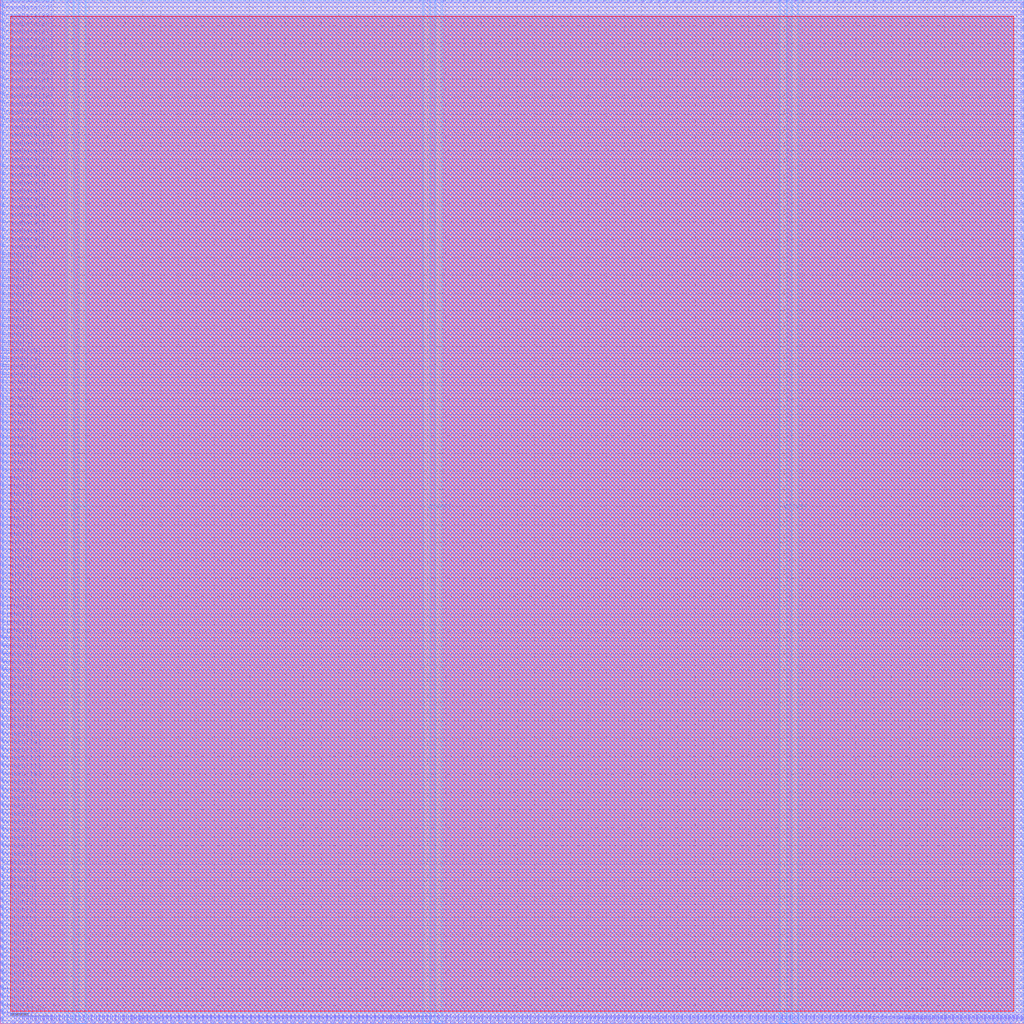
<source format=lef>
VERSION 5.7 ;
  NOWIREEXTENSIONATPIN ON ;
  DIVIDERCHAR "/" ;
  BUSBITCHARS "[]" ;
MACRO LUT4AB
  CLASS BLOCK ;
  FOREIGN LUT4AB ;
  ORIGIN 0.000 0.000 ;
  SIZE 287.280 BY 287.280 ;
  PIN Ci
    DIRECTION INPUT ;
    USE SIGNAL ;
    ANTENNAGATEAREA 2.015500 ;
    PORT
      LAYER Metal2 ;
        RECT 119.840 0.000 120.400 0.560 ;
    END
  END Ci
  PIN Co
    DIRECTION OUTPUT ;
    USE SIGNAL ;
    ANTENNADIFFAREA 0.897600 ;
    PORT
      LAYER Metal2 ;
        RECT 119.840 286.720 120.400 287.280 ;
    END
  END Co
  PIN E1BEG[0]
    DIRECTION OUTPUT ;
    USE SIGNAL ;
    ANTENNADIFFAREA 0.897600 ;
    PORT
      LAYER Metal3 ;
        RECT 286.720 108.640 287.280 109.200 ;
    END
  END E1BEG[0]
  PIN E1BEG[1]
    DIRECTION OUTPUT ;
    USE SIGNAL ;
    ANTENNADIFFAREA 0.897600 ;
    PORT
      LAYER Metal3 ;
        RECT 286.720 110.880 287.280 111.440 ;
    END
  END E1BEG[1]
  PIN E1BEG[2]
    DIRECTION OUTPUT ;
    USE SIGNAL ;
    ANTENNADIFFAREA 0.897600 ;
    PORT
      LAYER Metal3 ;
        RECT 286.720 113.120 287.280 113.680 ;
    END
  END E1BEG[2]
  PIN E1BEG[3]
    DIRECTION OUTPUT ;
    USE SIGNAL ;
    ANTENNADIFFAREA 0.897600 ;
    PORT
      LAYER Metal3 ;
        RECT 286.720 115.360 287.280 115.920 ;
    END
  END E1BEG[3]
  PIN E1END[0]
    DIRECTION INPUT ;
    USE SIGNAL ;
    ANTENNAGATEAREA 4.513500 ;
    PORT
      LAYER Metal3 ;
        RECT 0.000 108.640 0.560 109.200 ;
    END
  END E1END[0]
  PIN E1END[1]
    DIRECTION INPUT ;
    USE SIGNAL ;
    ANTENNAGATEAREA 4.513500 ;
    PORT
      LAYER Metal3 ;
        RECT 0.000 110.880 0.560 111.440 ;
    END
  END E1END[1]
  PIN E1END[2]
    DIRECTION INPUT ;
    USE SIGNAL ;
    ANTENNAGATEAREA 5.516500 ;
    PORT
      LAYER Metal3 ;
        RECT 0.000 113.120 0.560 113.680 ;
    END
  END E1END[2]
  PIN E1END[3]
    DIRECTION INPUT ;
    USE SIGNAL ;
    ANTENNAGATEAREA 5.516500 ;
    PORT
      LAYER Metal3 ;
        RECT 0.000 115.360 0.560 115.920 ;
    END
  END E1END[3]
  PIN E2BEG[0]
    DIRECTION OUTPUT ;
    USE SIGNAL ;
    ANTENNADIFFAREA 0.897600 ;
    PORT
      LAYER Metal3 ;
        RECT 286.720 117.600 287.280 118.160 ;
    END
  END E2BEG[0]
  PIN E2BEG[1]
    DIRECTION OUTPUT ;
    USE SIGNAL ;
    ANTENNADIFFAREA 0.897600 ;
    PORT
      LAYER Metal3 ;
        RECT 286.720 119.840 287.280 120.400 ;
    END
  END E2BEG[1]
  PIN E2BEG[2]
    DIRECTION OUTPUT ;
    USE SIGNAL ;
    ANTENNADIFFAREA 0.897600 ;
    PORT
      LAYER Metal3 ;
        RECT 286.720 122.080 287.280 122.640 ;
    END
  END E2BEG[2]
  PIN E2BEG[3]
    DIRECTION OUTPUT ;
    USE SIGNAL ;
    ANTENNADIFFAREA 0.897600 ;
    PORT
      LAYER Metal3 ;
        RECT 286.720 124.320 287.280 124.880 ;
    END
  END E2BEG[3]
  PIN E2BEG[4]
    DIRECTION OUTPUT ;
    USE SIGNAL ;
    ANTENNADIFFAREA 0.897600 ;
    PORT
      LAYER Metal3 ;
        RECT 286.720 126.560 287.280 127.120 ;
    END
  END E2BEG[4]
  PIN E2BEG[5]
    DIRECTION OUTPUT ;
    USE SIGNAL ;
    ANTENNADIFFAREA 0.897600 ;
    PORT
      LAYER Metal3 ;
        RECT 286.720 128.800 287.280 129.360 ;
    END
  END E2BEG[5]
  PIN E2BEG[6]
    DIRECTION OUTPUT ;
    USE SIGNAL ;
    ANTENNADIFFAREA 0.897600 ;
    PORT
      LAYER Metal3 ;
        RECT 286.720 131.040 287.280 131.600 ;
    END
  END E2BEG[6]
  PIN E2BEG[7]
    DIRECTION OUTPUT ;
    USE SIGNAL ;
    ANTENNADIFFAREA 0.897600 ;
    PORT
      LAYER Metal3 ;
        RECT 286.720 133.280 287.280 133.840 ;
    END
  END E2BEG[7]
  PIN E2BEGb[0]
    DIRECTION OUTPUT ;
    USE SIGNAL ;
    ANTENNADIFFAREA 0.897600 ;
    PORT
      LAYER Metal3 ;
        RECT 286.720 135.520 287.280 136.080 ;
    END
  END E2BEGb[0]
  PIN E2BEGb[1]
    DIRECTION OUTPUT ;
    USE SIGNAL ;
    ANTENNADIFFAREA 0.897600 ;
    PORT
      LAYER Metal3 ;
        RECT 286.720 137.760 287.280 138.320 ;
    END
  END E2BEGb[1]
  PIN E2BEGb[2]
    DIRECTION OUTPUT ;
    USE SIGNAL ;
    ANTENNADIFFAREA 0.897600 ;
    PORT
      LAYER Metal3 ;
        RECT 286.720 140.000 287.280 140.560 ;
    END
  END E2BEGb[2]
  PIN E2BEGb[3]
    DIRECTION OUTPUT ;
    USE SIGNAL ;
    ANTENNADIFFAREA 0.897600 ;
    PORT
      LAYER Metal3 ;
        RECT 286.720 142.240 287.280 142.800 ;
    END
  END E2BEGb[3]
  PIN E2BEGb[4]
    DIRECTION OUTPUT ;
    USE SIGNAL ;
    ANTENNADIFFAREA 0.897600 ;
    PORT
      LAYER Metal3 ;
        RECT 286.720 144.480 287.280 145.040 ;
    END
  END E2BEGb[4]
  PIN E2BEGb[5]
    DIRECTION OUTPUT ;
    USE SIGNAL ;
    ANTENNADIFFAREA 0.897600 ;
    PORT
      LAYER Metal3 ;
        RECT 286.720 146.720 287.280 147.280 ;
    END
  END E2BEGb[5]
  PIN E2BEGb[6]
    DIRECTION OUTPUT ;
    USE SIGNAL ;
    ANTENNADIFFAREA 0.897600 ;
    PORT
      LAYER Metal3 ;
        RECT 286.720 148.960 287.280 149.520 ;
    END
  END E2BEGb[6]
  PIN E2BEGb[7]
    DIRECTION OUTPUT ;
    USE SIGNAL ;
    ANTENNADIFFAREA 0.897600 ;
    PORT
      LAYER Metal3 ;
        RECT 286.720 151.200 287.280 151.760 ;
    END
  END E2BEGb[7]
  PIN E2END[0]
    DIRECTION INPUT ;
    USE SIGNAL ;
    ANTENNAGATEAREA 2.006000 ;
    PORT
      LAYER Metal3 ;
        RECT 0.000 135.520 0.560 136.080 ;
    END
  END E2END[0]
  PIN E2END[1]
    DIRECTION INPUT ;
    USE SIGNAL ;
    ANTENNAGATEAREA 2.006000 ;
    PORT
      LAYER Metal3 ;
        RECT 0.000 137.760 0.560 138.320 ;
    END
  END E2END[1]
  PIN E2END[2]
    DIRECTION INPUT ;
    USE SIGNAL ;
    ANTENNAGATEAREA 3.510500 ;
    PORT
      LAYER Metal3 ;
        RECT 0.000 140.000 0.560 140.560 ;
    END
  END E2END[2]
  PIN E2END[3]
    DIRECTION INPUT ;
    USE SIGNAL ;
    ANTENNAGATEAREA 3.510500 ;
    PORT
      LAYER Metal3 ;
        RECT 0.000 142.240 0.560 142.800 ;
    END
  END E2END[3]
  PIN E2END[4]
    DIRECTION INPUT ;
    USE SIGNAL ;
    ANTENNAGATEAREA 2.507500 ;
    PORT
      LAYER Metal3 ;
        RECT 0.000 144.480 0.560 145.040 ;
    END
  END E2END[4]
  PIN E2END[5]
    DIRECTION INPUT ;
    USE SIGNAL ;
    ANTENNAGATEAREA 3.009000 ;
    PORT
      LAYER Metal3 ;
        RECT 0.000 146.720 0.560 147.280 ;
    END
  END E2END[5]
  PIN E2END[6]
    DIRECTION INPUT ;
    USE SIGNAL ;
    ANTENNAGATEAREA 3.609500 ;
    PORT
      LAYER Metal3 ;
        RECT 0.000 148.960 0.560 149.520 ;
    END
  END E2END[6]
  PIN E2END[7]
    DIRECTION INPUT ;
    USE SIGNAL ;
    ANTENNAGATEAREA 2.507500 ;
    PORT
      LAYER Metal3 ;
        RECT 0.000 151.200 0.560 151.760 ;
    END
  END E2END[7]
  PIN E2MID[0]
    DIRECTION INPUT ;
    USE SIGNAL ;
    ANTENNAGATEAREA 2.003000 ;
    PORT
      LAYER Metal3 ;
        RECT 0.000 117.600 0.560 118.160 ;
    END
  END E2MID[0]
  PIN E2MID[1]
    DIRECTION INPUT ;
    USE SIGNAL ;
    ANTENNAGATEAREA 2.504500 ;
    PORT
      LAYER Metal3 ;
        RECT 0.000 119.840 0.560 120.400 ;
    END
  END E2MID[1]
  PIN E2MID[2]
    DIRECTION INPUT ;
    USE SIGNAL ;
    ANTENNAGATEAREA 2.003000 ;
    PORT
      LAYER Metal3 ;
        RECT 0.000 122.080 0.560 122.640 ;
    END
  END E2MID[2]
  PIN E2MID[3]
    DIRECTION INPUT ;
    USE SIGNAL ;
    ANTENNAGATEAREA 3.705500 ;
    PORT
      LAYER Metal3 ;
        RECT 0.000 124.320 0.560 124.880 ;
    END
  END E2MID[3]
  PIN E2MID[4]
    DIRECTION INPUT ;
    USE SIGNAL ;
    ANTENNAGATEAREA 2.901000 ;
    PORT
      LAYER Metal3 ;
        RECT 0.000 126.560 0.560 127.120 ;
    END
  END E2MID[4]
  PIN E2MID[5]
    DIRECTION INPUT ;
    USE SIGNAL ;
    ANTENNAGATEAREA 2.504500 ;
    PORT
      LAYER Metal3 ;
        RECT 0.000 128.800 0.560 129.360 ;
    END
  END E2MID[5]
  PIN E2MID[6]
    DIRECTION INPUT ;
    USE SIGNAL ;
    ANTENNAGATEAREA 3.204000 ;
    PORT
      LAYER Metal3 ;
        RECT 0.000 131.040 0.560 131.600 ;
    END
  END E2MID[6]
  PIN E2MID[7]
    DIRECTION INPUT ;
    USE SIGNAL ;
    ANTENNAGATEAREA 3.102500 ;
    PORT
      LAYER Metal3 ;
        RECT 0.000 133.280 0.560 133.840 ;
    END
  END E2MID[7]
  PIN E6BEG[0]
    DIRECTION OUTPUT ;
    USE SIGNAL ;
    ANTENNADIFFAREA 0.897600 ;
    PORT
      LAYER Metal3 ;
        RECT 286.720 189.280 287.280 189.840 ;
    END
  END E6BEG[0]
  PIN E6BEG[10]
    DIRECTION OUTPUT ;
    USE SIGNAL ;
    ANTENNADIFFAREA 0.897600 ;
    PORT
      LAYER Metal3 ;
        RECT 286.720 211.680 287.280 212.240 ;
    END
  END E6BEG[10]
  PIN E6BEG[11]
    DIRECTION OUTPUT ;
    USE SIGNAL ;
    ANTENNADIFFAREA 0.897600 ;
    PORT
      LAYER Metal3 ;
        RECT 286.720 213.920 287.280 214.480 ;
    END
  END E6BEG[11]
  PIN E6BEG[1]
    DIRECTION OUTPUT ;
    USE SIGNAL ;
    ANTENNADIFFAREA 0.897600 ;
    PORT
      LAYER Metal3 ;
        RECT 286.720 191.520 287.280 192.080 ;
    END
  END E6BEG[1]
  PIN E6BEG[2]
    DIRECTION OUTPUT ;
    USE SIGNAL ;
    ANTENNADIFFAREA 0.897600 ;
    PORT
      LAYER Metal3 ;
        RECT 286.720 193.760 287.280 194.320 ;
    END
  END E6BEG[2]
  PIN E6BEG[3]
    DIRECTION OUTPUT ;
    USE SIGNAL ;
    ANTENNADIFFAREA 0.897600 ;
    PORT
      LAYER Metal3 ;
        RECT 286.720 196.000 287.280 196.560 ;
    END
  END E6BEG[3]
  PIN E6BEG[4]
    DIRECTION OUTPUT ;
    USE SIGNAL ;
    ANTENNADIFFAREA 0.897600 ;
    PORT
      LAYER Metal3 ;
        RECT 286.720 198.240 287.280 198.800 ;
    END
  END E6BEG[4]
  PIN E6BEG[5]
    DIRECTION OUTPUT ;
    USE SIGNAL ;
    ANTENNADIFFAREA 0.897600 ;
    PORT
      LAYER Metal3 ;
        RECT 286.720 200.480 287.280 201.040 ;
    END
  END E6BEG[5]
  PIN E6BEG[6]
    DIRECTION OUTPUT ;
    USE SIGNAL ;
    ANTENNADIFFAREA 0.897600 ;
    PORT
      LAYER Metal3 ;
        RECT 286.720 202.720 287.280 203.280 ;
    END
  END E6BEG[6]
  PIN E6BEG[7]
    DIRECTION OUTPUT ;
    USE SIGNAL ;
    ANTENNADIFFAREA 0.897600 ;
    PORT
      LAYER Metal3 ;
        RECT 286.720 204.960 287.280 205.520 ;
    END
  END E6BEG[7]
  PIN E6BEG[8]
    DIRECTION OUTPUT ;
    USE SIGNAL ;
    ANTENNADIFFAREA 0.897600 ;
    PORT
      LAYER Metal3 ;
        RECT 286.720 207.200 287.280 207.760 ;
    END
  END E6BEG[8]
  PIN E6BEG[9]
    DIRECTION OUTPUT ;
    USE SIGNAL ;
    ANTENNADIFFAREA 0.897600 ;
    PORT
      LAYER Metal3 ;
        RECT 286.720 209.440 287.280 210.000 ;
    END
  END E6BEG[9]
  PIN E6END[0]
    DIRECTION INPUT ;
    USE SIGNAL ;
    ANTENNAGATEAREA 6.018000 ;
    PORT
      LAYER Metal3 ;
        RECT 0.000 189.280 0.560 189.840 ;
    END
  END E6END[0]
  PIN E6END[10]
    DIRECTION INPUT ;
    USE SIGNAL ;
    ANTENNAGATEAREA 0.498500 ;
    PORT
      LAYER Metal3 ;
        RECT 0.000 211.680 0.560 212.240 ;
    END
  END E6END[10]
  PIN E6END[11]
    DIRECTION INPUT ;
    USE SIGNAL ;
    ANTENNAGATEAREA 0.498500 ;
    PORT
      LAYER Metal3 ;
        RECT 0.000 213.920 0.560 214.480 ;
    END
  END E6END[11]
  PIN E6END[1]
    DIRECTION INPUT ;
    USE SIGNAL ;
    ANTENNAGATEAREA 6.916000 ;
    PORT
      LAYER Metal3 ;
        RECT 0.000 191.520 0.560 192.080 ;
    END
  END E6END[1]
  PIN E6END[2]
    DIRECTION INPUT ;
    USE SIGNAL ;
    ANTENNAGATEAREA 0.498500 ;
    PORT
      LAYER Metal3 ;
        RECT 0.000 193.760 0.560 194.320 ;
    END
  END E6END[2]
  PIN E6END[3]
    DIRECTION INPUT ;
    USE SIGNAL ;
    ANTENNAGATEAREA 0.498500 ;
    PORT
      LAYER Metal3 ;
        RECT 0.000 196.000 0.560 196.560 ;
    END
  END E6END[3]
  PIN E6END[4]
    DIRECTION INPUT ;
    USE SIGNAL ;
    ANTENNAGATEAREA 0.498500 ;
    PORT
      LAYER Metal3 ;
        RECT 0.000 198.240 0.560 198.800 ;
    END
  END E6END[4]
  PIN E6END[5]
    DIRECTION INPUT ;
    USE SIGNAL ;
    ANTENNAGATEAREA 0.498500 ;
    ANTENNADIFFAREA 0.410400 ;
    PORT
      LAYER Metal3 ;
        RECT 0.000 200.480 0.560 201.040 ;
    END
  END E6END[5]
  PIN E6END[6]
    DIRECTION INPUT ;
    USE SIGNAL ;
    ANTENNAGATEAREA 0.498500 ;
    PORT
      LAYER Metal3 ;
        RECT 0.000 202.720 0.560 203.280 ;
    END
  END E6END[6]
  PIN E6END[7]
    DIRECTION INPUT ;
    USE SIGNAL ;
    ANTENNAGATEAREA 0.498500 ;
    PORT
      LAYER Metal3 ;
        RECT 0.000 204.960 0.560 205.520 ;
    END
  END E6END[7]
  PIN E6END[8]
    DIRECTION INPUT ;
    USE SIGNAL ;
    ANTENNAGATEAREA 0.498500 ;
    PORT
      LAYER Metal3 ;
        RECT 0.000 207.200 0.560 207.760 ;
    END
  END E6END[8]
  PIN E6END[9]
    DIRECTION INPUT ;
    USE SIGNAL ;
    ANTENNAGATEAREA 0.498500 ;
    PORT
      LAYER Metal3 ;
        RECT 0.000 209.440 0.560 210.000 ;
    END
  END E6END[9]
  PIN EE4BEG[0]
    DIRECTION OUTPUT ;
    USE SIGNAL ;
    ANTENNADIFFAREA 0.897600 ;
    PORT
      LAYER Metal3 ;
        RECT 286.720 153.440 287.280 154.000 ;
    END
  END EE4BEG[0]
  PIN EE4BEG[10]
    DIRECTION OUTPUT ;
    USE SIGNAL ;
    ANTENNADIFFAREA 0.897600 ;
    PORT
      LAYER Metal3 ;
        RECT 286.720 175.840 287.280 176.400 ;
    END
  END EE4BEG[10]
  PIN EE4BEG[11]
    DIRECTION OUTPUT ;
    USE SIGNAL ;
    ANTENNADIFFAREA 0.897600 ;
    PORT
      LAYER Metal3 ;
        RECT 286.720 178.080 287.280 178.640 ;
    END
  END EE4BEG[11]
  PIN EE4BEG[12]
    DIRECTION OUTPUT ;
    USE SIGNAL ;
    ANTENNADIFFAREA 0.897600 ;
    PORT
      LAYER Metal3 ;
        RECT 286.720 180.320 287.280 180.880 ;
    END
  END EE4BEG[12]
  PIN EE4BEG[13]
    DIRECTION OUTPUT ;
    USE SIGNAL ;
    ANTENNADIFFAREA 0.897600 ;
    PORT
      LAYER Metal3 ;
        RECT 286.720 182.560 287.280 183.120 ;
    END
  END EE4BEG[13]
  PIN EE4BEG[14]
    DIRECTION OUTPUT ;
    USE SIGNAL ;
    ANTENNADIFFAREA 0.897600 ;
    PORT
      LAYER Metal3 ;
        RECT 286.720 184.800 287.280 185.360 ;
    END
  END EE4BEG[14]
  PIN EE4BEG[15]
    DIRECTION OUTPUT ;
    USE SIGNAL ;
    ANTENNADIFFAREA 0.897600 ;
    PORT
      LAYER Metal3 ;
        RECT 286.720 187.040 287.280 187.600 ;
    END
  END EE4BEG[15]
  PIN EE4BEG[1]
    DIRECTION OUTPUT ;
    USE SIGNAL ;
    ANTENNADIFFAREA 0.897600 ;
    PORT
      LAYER Metal3 ;
        RECT 286.720 155.680 287.280 156.240 ;
    END
  END EE4BEG[1]
  PIN EE4BEG[2]
    DIRECTION OUTPUT ;
    USE SIGNAL ;
    ANTENNADIFFAREA 0.897600 ;
    PORT
      LAYER Metal3 ;
        RECT 286.720 157.920 287.280 158.480 ;
    END
  END EE4BEG[2]
  PIN EE4BEG[3]
    DIRECTION OUTPUT ;
    USE SIGNAL ;
    ANTENNADIFFAREA 0.897600 ;
    PORT
      LAYER Metal3 ;
        RECT 286.720 160.160 287.280 160.720 ;
    END
  END EE4BEG[3]
  PIN EE4BEG[4]
    DIRECTION OUTPUT ;
    USE SIGNAL ;
    ANTENNADIFFAREA 0.897600 ;
    PORT
      LAYER Metal3 ;
        RECT 286.720 162.400 287.280 162.960 ;
    END
  END EE4BEG[4]
  PIN EE4BEG[5]
    DIRECTION OUTPUT ;
    USE SIGNAL ;
    ANTENNADIFFAREA 0.897600 ;
    PORT
      LAYER Metal3 ;
        RECT 286.720 164.640 287.280 165.200 ;
    END
  END EE4BEG[5]
  PIN EE4BEG[6]
    DIRECTION OUTPUT ;
    USE SIGNAL ;
    ANTENNADIFFAREA 0.897600 ;
    PORT
      LAYER Metal3 ;
        RECT 286.720 166.880 287.280 167.440 ;
    END
  END EE4BEG[6]
  PIN EE4BEG[7]
    DIRECTION OUTPUT ;
    USE SIGNAL ;
    ANTENNADIFFAREA 0.897600 ;
    PORT
      LAYER Metal3 ;
        RECT 286.720 169.120 287.280 169.680 ;
    END
  END EE4BEG[7]
  PIN EE4BEG[8]
    DIRECTION OUTPUT ;
    USE SIGNAL ;
    ANTENNADIFFAREA 0.897600 ;
    PORT
      LAYER Metal3 ;
        RECT 286.720 171.360 287.280 171.920 ;
    END
  END EE4BEG[8]
  PIN EE4BEG[9]
    DIRECTION OUTPUT ;
    USE SIGNAL ;
    ANTENNADIFFAREA 0.897600 ;
    PORT
      LAYER Metal3 ;
        RECT 286.720 173.600 287.280 174.160 ;
    END
  END EE4BEG[9]
  PIN EE4END[0]
    DIRECTION INPUT ;
    USE SIGNAL ;
    ANTENNAGATEAREA 1.504500 ;
    PORT
      LAYER Metal3 ;
        RECT 0.000 153.440 0.560 154.000 ;
    END
  END EE4END[0]
  PIN EE4END[10]
    DIRECTION INPUT ;
    USE SIGNAL ;
    ANTENNAGATEAREA 0.498500 ;
    ANTENNADIFFAREA 0.410400 ;
    PORT
      LAYER Metal3 ;
        RECT 0.000 175.840 0.560 176.400 ;
    END
  END EE4END[10]
  PIN EE4END[11]
    DIRECTION INPUT ;
    USE SIGNAL ;
    ANTENNAGATEAREA 0.498500 ;
    PORT
      LAYER Metal3 ;
        RECT 0.000 178.080 0.560 178.640 ;
    END
  END EE4END[11]
  PIN EE4END[12]
    DIRECTION INPUT ;
    USE SIGNAL ;
    ANTENNAGATEAREA 0.498500 ;
    ANTENNADIFFAREA 0.410400 ;
    PORT
      LAYER Metal3 ;
        RECT 0.000 180.320 0.560 180.880 ;
    END
  END EE4END[12]
  PIN EE4END[13]
    DIRECTION INPUT ;
    USE SIGNAL ;
    ANTENNAGATEAREA 0.498500 ;
    PORT
      LAYER Metal3 ;
        RECT 0.000 182.560 0.560 183.120 ;
    END
  END EE4END[13]
  PIN EE4END[14]
    DIRECTION INPUT ;
    USE SIGNAL ;
    ANTENNAGATEAREA 0.498500 ;
    PORT
      LAYER Metal3 ;
        RECT 0.000 184.800 0.560 185.360 ;
    END
  END EE4END[14]
  PIN EE4END[15]
    DIRECTION INPUT ;
    USE SIGNAL ;
    ANTENNAGATEAREA 0.498500 ;
    ANTENNADIFFAREA 0.410400 ;
    PORT
      LAYER Metal3 ;
        RECT 0.000 187.040 0.560 187.600 ;
    END
  END EE4END[15]
  PIN EE4END[1]
    DIRECTION INPUT ;
    USE SIGNAL ;
    ANTENNAGATEAREA 1.504500 ;
    PORT
      LAYER Metal3 ;
        RECT 0.000 155.680 0.560 156.240 ;
    END
  END EE4END[1]
  PIN EE4END[2]
    DIRECTION INPUT ;
    USE SIGNAL ;
    ANTENNAGATEAREA 1.504500 ;
    ANTENNADIFFAREA 0.410400 ;
    PORT
      LAYER Metal3 ;
        RECT 0.000 157.920 0.560 158.480 ;
    END
  END EE4END[2]
  PIN EE4END[3]
    DIRECTION INPUT ;
    USE SIGNAL ;
    ANTENNAGATEAREA 2.105000 ;
    PORT
      LAYER Metal3 ;
        RECT 0.000 160.160 0.560 160.720 ;
    END
  END EE4END[3]
  PIN EE4END[4]
    DIRECTION INPUT ;
    USE SIGNAL ;
    ANTENNAGATEAREA 0.498500 ;
    PORT
      LAYER Metal3 ;
        RECT 0.000 162.400 0.560 162.960 ;
    END
  END EE4END[4]
  PIN EE4END[5]
    DIRECTION INPUT ;
    USE SIGNAL ;
    ANTENNAGATEAREA 0.498500 ;
    PORT
      LAYER Metal3 ;
        RECT 0.000 164.640 0.560 165.200 ;
    END
  END EE4END[5]
  PIN EE4END[6]
    DIRECTION INPUT ;
    USE SIGNAL ;
    ANTENNAGATEAREA 0.498500 ;
    PORT
      LAYER Metal3 ;
        RECT 0.000 166.880 0.560 167.440 ;
    END
  END EE4END[6]
  PIN EE4END[7]
    DIRECTION INPUT ;
    USE SIGNAL ;
    ANTENNAGATEAREA 0.498500 ;
    PORT
      LAYER Metal3 ;
        RECT 0.000 169.120 0.560 169.680 ;
    END
  END EE4END[7]
  PIN EE4END[8]
    DIRECTION INPUT ;
    USE SIGNAL ;
    ANTENNAGATEAREA 0.498500 ;
    PORT
      LAYER Metal3 ;
        RECT 0.000 171.360 0.560 171.920 ;
    END
  END EE4END[8]
  PIN EE4END[9]
    DIRECTION INPUT ;
    USE SIGNAL ;
    ANTENNAGATEAREA 0.498500 ;
    PORT
      LAYER Metal3 ;
        RECT 0.000 173.600 0.560 174.160 ;
    END
  END EE4END[9]
  PIN FrameData[0]
    DIRECTION INPUT ;
    USE SIGNAL ;
    ANTENNAGATEAREA 10.986500 ;
    PORT
      LAYER Metal3 ;
        RECT 0.000 216.160 0.560 216.720 ;
    END
  END FrameData[0]
  PIN FrameData[10]
    DIRECTION INPUT ;
    USE SIGNAL ;
    ANTENNAGATEAREA 10.986500 ;
    PORT
      LAYER Metal3 ;
        RECT 0.000 238.560 0.560 239.120 ;
    END
  END FrameData[10]
  PIN FrameData[11]
    DIRECTION INPUT ;
    USE SIGNAL ;
    ANTENNAGATEAREA 10.986500 ;
    PORT
      LAYER Metal3 ;
        RECT 0.000 240.800 0.560 241.360 ;
    END
  END FrameData[11]
  PIN FrameData[12]
    DIRECTION INPUT ;
    USE SIGNAL ;
    ANTENNAGATEAREA 10.986500 ;
    PORT
      LAYER Metal3 ;
        RECT 0.000 243.040 0.560 243.600 ;
    END
  END FrameData[12]
  PIN FrameData[13]
    DIRECTION INPUT ;
    USE SIGNAL ;
    ANTENNAGATEAREA 10.986500 ;
    PORT
      LAYER Metal3 ;
        RECT 0.000 245.280 0.560 245.840 ;
    END
  END FrameData[13]
  PIN FrameData[14]
    DIRECTION INPUT ;
    USE SIGNAL ;
    ANTENNAGATEAREA 10.986500 ;
    PORT
      LAYER Metal3 ;
        RECT 0.000 247.520 0.560 248.080 ;
    END
  END FrameData[14]
  PIN FrameData[15]
    DIRECTION INPUT ;
    USE SIGNAL ;
    ANTENNAGATEAREA 10.986500 ;
    PORT
      LAYER Metal3 ;
        RECT 0.000 249.760 0.560 250.320 ;
    END
  END FrameData[15]
  PIN FrameData[16]
    DIRECTION INPUT ;
    USE SIGNAL ;
    ANTENNAGATEAREA 10.986500 ;
    PORT
      LAYER Metal3 ;
        RECT 0.000 252.000 0.560 252.560 ;
    END
  END FrameData[16]
  PIN FrameData[17]
    DIRECTION INPUT ;
    USE SIGNAL ;
    ANTENNAGATEAREA 10.986500 ;
    PORT
      LAYER Metal3 ;
        RECT 0.000 254.240 0.560 254.800 ;
    END
  END FrameData[17]
  PIN FrameData[18]
    DIRECTION INPUT ;
    USE SIGNAL ;
    ANTENNAGATEAREA 10.986500 ;
    PORT
      LAYER Metal3 ;
        RECT 0.000 256.480 0.560 257.040 ;
    END
  END FrameData[18]
  PIN FrameData[19]
    DIRECTION INPUT ;
    USE SIGNAL ;
    ANTENNAGATEAREA 10.986500 ;
    PORT
      LAYER Metal3 ;
        RECT 0.000 258.720 0.560 259.280 ;
    END
  END FrameData[19]
  PIN FrameData[1]
    DIRECTION INPUT ;
    USE SIGNAL ;
    ANTENNAGATEAREA 10.986500 ;
    PORT
      LAYER Metal3 ;
        RECT 0.000 218.400 0.560 218.960 ;
    END
  END FrameData[1]
  PIN FrameData[20]
    DIRECTION INPUT ;
    USE SIGNAL ;
    ANTENNAGATEAREA 10.986500 ;
    PORT
      LAYER Metal3 ;
        RECT 0.000 260.960 0.560 261.520 ;
    END
  END FrameData[20]
  PIN FrameData[21]
    DIRECTION INPUT ;
    USE SIGNAL ;
    ANTENNAGATEAREA 10.986500 ;
    PORT
      LAYER Metal3 ;
        RECT 0.000 263.200 0.560 263.760 ;
    END
  END FrameData[21]
  PIN FrameData[22]
    DIRECTION INPUT ;
    USE SIGNAL ;
    ANTENNAGATEAREA 10.986500 ;
    PORT
      LAYER Metal3 ;
        RECT 0.000 265.440 0.560 266.000 ;
    END
  END FrameData[22]
  PIN FrameData[23]
    DIRECTION INPUT ;
    USE SIGNAL ;
    ANTENNAGATEAREA 10.986500 ;
    PORT
      LAYER Metal3 ;
        RECT 0.000 267.680 0.560 268.240 ;
    END
  END FrameData[23]
  PIN FrameData[24]
    DIRECTION INPUT ;
    USE SIGNAL ;
    ANTENNAGATEAREA 11.538500 ;
    PORT
      LAYER Metal3 ;
        RECT 0.000 269.920 0.560 270.480 ;
    END
  END FrameData[24]
  PIN FrameData[25]
    DIRECTION INPUT ;
    USE SIGNAL ;
    ANTENNAGATEAREA 11.538500 ;
    PORT
      LAYER Metal3 ;
        RECT 0.000 272.160 0.560 272.720 ;
    END
  END FrameData[25]
  PIN FrameData[26]
    DIRECTION INPUT ;
    USE SIGNAL ;
    ANTENNAGATEAREA 11.538500 ;
    PORT
      LAYER Metal3 ;
        RECT 0.000 274.400 0.560 274.960 ;
    END
  END FrameData[26]
  PIN FrameData[27]
    DIRECTION INPUT ;
    USE SIGNAL ;
    ANTENNAGATEAREA 11.538500 ;
    PORT
      LAYER Metal3 ;
        RECT 0.000 276.640 0.560 277.200 ;
    END
  END FrameData[27]
  PIN FrameData[28]
    DIRECTION INPUT ;
    USE SIGNAL ;
    ANTENNAGATEAREA 11.538500 ;
    PORT
      LAYER Metal3 ;
        RECT 0.000 278.880 0.560 279.440 ;
    END
  END FrameData[28]
  PIN FrameData[29]
    DIRECTION INPUT ;
    USE SIGNAL ;
    ANTENNAGATEAREA 11.538500 ;
    PORT
      LAYER Metal3 ;
        RECT 0.000 281.120 0.560 281.680 ;
    END
  END FrameData[29]
  PIN FrameData[2]
    DIRECTION INPUT ;
    USE SIGNAL ;
    ANTENNAGATEAREA 10.986500 ;
    PORT
      LAYER Metal3 ;
        RECT 0.000 220.640 0.560 221.200 ;
    END
  END FrameData[2]
  PIN FrameData[30]
    DIRECTION INPUT ;
    USE SIGNAL ;
    ANTENNAGATEAREA 11.538500 ;
    PORT
      LAYER Metal3 ;
        RECT 0.000 283.360 0.560 283.920 ;
    END
  END FrameData[30]
  PIN FrameData[31]
    DIRECTION INPUT ;
    USE SIGNAL ;
    ANTENNAGATEAREA 11.538500 ;
    PORT
      LAYER Metal3 ;
        RECT 0.000 285.600 0.560 286.160 ;
    END
  END FrameData[31]
  PIN FrameData[3]
    DIRECTION INPUT ;
    USE SIGNAL ;
    ANTENNAGATEAREA 10.986500 ;
    PORT
      LAYER Metal3 ;
        RECT 0.000 222.880 0.560 223.440 ;
    END
  END FrameData[3]
  PIN FrameData[4]
    DIRECTION INPUT ;
    USE SIGNAL ;
    ANTENNAGATEAREA 10.986500 ;
    PORT
      LAYER Metal3 ;
        RECT 0.000 225.120 0.560 225.680 ;
    END
  END FrameData[4]
  PIN FrameData[5]
    DIRECTION INPUT ;
    USE SIGNAL ;
    ANTENNAGATEAREA 10.986500 ;
    PORT
      LAYER Metal3 ;
        RECT 0.000 227.360 0.560 227.920 ;
    END
  END FrameData[5]
  PIN FrameData[6]
    DIRECTION INPUT ;
    USE SIGNAL ;
    ANTENNAGATEAREA 10.986500 ;
    PORT
      LAYER Metal3 ;
        RECT 0.000 229.600 0.560 230.160 ;
    END
  END FrameData[6]
  PIN FrameData[7]
    DIRECTION INPUT ;
    USE SIGNAL ;
    ANTENNAGATEAREA 10.986500 ;
    PORT
      LAYER Metal3 ;
        RECT 0.000 231.840 0.560 232.400 ;
    END
  END FrameData[7]
  PIN FrameData[8]
    DIRECTION INPUT ;
    USE SIGNAL ;
    ANTENNAGATEAREA 10.986500 ;
    PORT
      LAYER Metal3 ;
        RECT 0.000 234.080 0.560 234.640 ;
    END
  END FrameData[8]
  PIN FrameData[9]
    DIRECTION INPUT ;
    USE SIGNAL ;
    ANTENNAGATEAREA 10.986500 ;
    PORT
      LAYER Metal3 ;
        RECT 0.000 236.320 0.560 236.880 ;
    END
  END FrameData[9]
  PIN FrameData_O[0]
    DIRECTION OUTPUT ;
    USE SIGNAL ;
    ANTENNADIFFAREA 0.897600 ;
    PORT
      LAYER Metal3 ;
        RECT 286.720 216.160 287.280 216.720 ;
    END
  END FrameData_O[0]
  PIN FrameData_O[10]
    DIRECTION OUTPUT ;
    USE SIGNAL ;
    ANTENNADIFFAREA 0.897600 ;
    PORT
      LAYER Metal3 ;
        RECT 286.720 238.560 287.280 239.120 ;
    END
  END FrameData_O[10]
  PIN FrameData_O[11]
    DIRECTION OUTPUT ;
    USE SIGNAL ;
    ANTENNADIFFAREA 0.897600 ;
    PORT
      LAYER Metal3 ;
        RECT 286.720 240.800 287.280 241.360 ;
    END
  END FrameData_O[11]
  PIN FrameData_O[12]
    DIRECTION OUTPUT ;
    USE SIGNAL ;
    ANTENNADIFFAREA 0.897600 ;
    PORT
      LAYER Metal3 ;
        RECT 286.720 243.040 287.280 243.600 ;
    END
  END FrameData_O[12]
  PIN FrameData_O[13]
    DIRECTION OUTPUT ;
    USE SIGNAL ;
    ANTENNADIFFAREA 0.897600 ;
    PORT
      LAYER Metal3 ;
        RECT 286.720 245.280 287.280 245.840 ;
    END
  END FrameData_O[13]
  PIN FrameData_O[14]
    DIRECTION OUTPUT ;
    USE SIGNAL ;
    ANTENNADIFFAREA 0.897600 ;
    PORT
      LAYER Metal3 ;
        RECT 286.720 247.520 287.280 248.080 ;
    END
  END FrameData_O[14]
  PIN FrameData_O[15]
    DIRECTION OUTPUT ;
    USE SIGNAL ;
    ANTENNADIFFAREA 0.897600 ;
    PORT
      LAYER Metal3 ;
        RECT 286.720 249.760 287.280 250.320 ;
    END
  END FrameData_O[15]
  PIN FrameData_O[16]
    DIRECTION OUTPUT ;
    USE SIGNAL ;
    ANTENNADIFFAREA 0.897600 ;
    PORT
      LAYER Metal3 ;
        RECT 286.720 252.000 287.280 252.560 ;
    END
  END FrameData_O[16]
  PIN FrameData_O[17]
    DIRECTION OUTPUT ;
    USE SIGNAL ;
    ANTENNADIFFAREA 0.897600 ;
    PORT
      LAYER Metal3 ;
        RECT 286.720 254.240 287.280 254.800 ;
    END
  END FrameData_O[17]
  PIN FrameData_O[18]
    DIRECTION OUTPUT ;
    USE SIGNAL ;
    ANTENNADIFFAREA 0.897600 ;
    PORT
      LAYER Metal3 ;
        RECT 286.720 256.480 287.280 257.040 ;
    END
  END FrameData_O[18]
  PIN FrameData_O[19]
    DIRECTION OUTPUT ;
    USE SIGNAL ;
    ANTENNADIFFAREA 0.897600 ;
    PORT
      LAYER Metal3 ;
        RECT 286.720 258.720 287.280 259.280 ;
    END
  END FrameData_O[19]
  PIN FrameData_O[1]
    DIRECTION OUTPUT ;
    USE SIGNAL ;
    ANTENNADIFFAREA 0.897600 ;
    PORT
      LAYER Metal3 ;
        RECT 286.720 218.400 287.280 218.960 ;
    END
  END FrameData_O[1]
  PIN FrameData_O[20]
    DIRECTION OUTPUT ;
    USE SIGNAL ;
    ANTENNADIFFAREA 0.897600 ;
    PORT
      LAYER Metal3 ;
        RECT 286.720 260.960 287.280 261.520 ;
    END
  END FrameData_O[20]
  PIN FrameData_O[21]
    DIRECTION OUTPUT ;
    USE SIGNAL ;
    ANTENNADIFFAREA 0.897600 ;
    PORT
      LAYER Metal3 ;
        RECT 286.720 263.200 287.280 263.760 ;
    END
  END FrameData_O[21]
  PIN FrameData_O[22]
    DIRECTION OUTPUT ;
    USE SIGNAL ;
    ANTENNADIFFAREA 0.897600 ;
    PORT
      LAYER Metal3 ;
        RECT 286.720 265.440 287.280 266.000 ;
    END
  END FrameData_O[22]
  PIN FrameData_O[23]
    DIRECTION OUTPUT ;
    USE SIGNAL ;
    ANTENNADIFFAREA 0.897600 ;
    PORT
      LAYER Metal3 ;
        RECT 286.720 267.680 287.280 268.240 ;
    END
  END FrameData_O[23]
  PIN FrameData_O[24]
    DIRECTION OUTPUT ;
    USE SIGNAL ;
    ANTENNADIFFAREA 0.897600 ;
    PORT
      LAYER Metal3 ;
        RECT 286.720 269.920 287.280 270.480 ;
    END
  END FrameData_O[24]
  PIN FrameData_O[25]
    DIRECTION OUTPUT ;
    USE SIGNAL ;
    ANTENNADIFFAREA 0.897600 ;
    PORT
      LAYER Metal3 ;
        RECT 286.720 272.160 287.280 272.720 ;
    END
  END FrameData_O[25]
  PIN FrameData_O[26]
    DIRECTION OUTPUT ;
    USE SIGNAL ;
    ANTENNADIFFAREA 0.897600 ;
    PORT
      LAYER Metal3 ;
        RECT 286.720 274.400 287.280 274.960 ;
    END
  END FrameData_O[26]
  PIN FrameData_O[27]
    DIRECTION OUTPUT ;
    USE SIGNAL ;
    ANTENNADIFFAREA 0.897600 ;
    PORT
      LAYER Metal3 ;
        RECT 286.720 276.640 287.280 277.200 ;
    END
  END FrameData_O[27]
  PIN FrameData_O[28]
    DIRECTION OUTPUT ;
    USE SIGNAL ;
    ANTENNADIFFAREA 0.897600 ;
    PORT
      LAYER Metal3 ;
        RECT 286.720 278.880 287.280 279.440 ;
    END
  END FrameData_O[28]
  PIN FrameData_O[29]
    DIRECTION OUTPUT ;
    USE SIGNAL ;
    ANTENNADIFFAREA 0.897600 ;
    PORT
      LAYER Metal3 ;
        RECT 286.720 281.120 287.280 281.680 ;
    END
  END FrameData_O[29]
  PIN FrameData_O[2]
    DIRECTION OUTPUT ;
    USE SIGNAL ;
    ANTENNADIFFAREA 0.897600 ;
    PORT
      LAYER Metal3 ;
        RECT 286.720 220.640 287.280 221.200 ;
    END
  END FrameData_O[2]
  PIN FrameData_O[30]
    DIRECTION OUTPUT ;
    USE SIGNAL ;
    ANTENNADIFFAREA 0.897600 ;
    PORT
      LAYER Metal3 ;
        RECT 286.720 283.360 287.280 283.920 ;
    END
  END FrameData_O[30]
  PIN FrameData_O[31]
    DIRECTION OUTPUT ;
    USE SIGNAL ;
    ANTENNADIFFAREA 0.897600 ;
    PORT
      LAYER Metal3 ;
        RECT 286.720 285.600 287.280 286.160 ;
    END
  END FrameData_O[31]
  PIN FrameData_O[3]
    DIRECTION OUTPUT ;
    USE SIGNAL ;
    ANTENNADIFFAREA 0.897600 ;
    PORT
      LAYER Metal3 ;
        RECT 286.720 222.880 287.280 223.440 ;
    END
  END FrameData_O[3]
  PIN FrameData_O[4]
    DIRECTION OUTPUT ;
    USE SIGNAL ;
    ANTENNADIFFAREA 0.897600 ;
    PORT
      LAYER Metal3 ;
        RECT 286.720 225.120 287.280 225.680 ;
    END
  END FrameData_O[4]
  PIN FrameData_O[5]
    DIRECTION OUTPUT ;
    USE SIGNAL ;
    ANTENNADIFFAREA 0.897600 ;
    PORT
      LAYER Metal3 ;
        RECT 286.720 227.360 287.280 227.920 ;
    END
  END FrameData_O[5]
  PIN FrameData_O[6]
    DIRECTION OUTPUT ;
    USE SIGNAL ;
    ANTENNADIFFAREA 0.897600 ;
    PORT
      LAYER Metal3 ;
        RECT 286.720 229.600 287.280 230.160 ;
    END
  END FrameData_O[6]
  PIN FrameData_O[7]
    DIRECTION OUTPUT ;
    USE SIGNAL ;
    ANTENNADIFFAREA 0.897600 ;
    PORT
      LAYER Metal3 ;
        RECT 286.720 231.840 287.280 232.400 ;
    END
  END FrameData_O[7]
  PIN FrameData_O[8]
    DIRECTION OUTPUT ;
    USE SIGNAL ;
    ANTENNADIFFAREA 0.897600 ;
    PORT
      LAYER Metal3 ;
        RECT 286.720 234.080 287.280 234.640 ;
    END
  END FrameData_O[8]
  PIN FrameData_O[9]
    DIRECTION OUTPUT ;
    USE SIGNAL ;
    ANTENNADIFFAREA 0.897600 ;
    PORT
      LAYER Metal3 ;
        RECT 286.720 236.320 287.280 236.880 ;
    END
  END FrameData_O[9]
  PIN FrameStrobe[0]
    DIRECTION INPUT ;
    USE SIGNAL ;
    ANTENNAGATEAREA 24.050499 ;
    PORT
      LAYER Metal2 ;
        RECT 240.800 0.000 241.360 0.560 ;
    END
  END FrameStrobe[0]
  PIN FrameStrobe[10]
    DIRECTION INPUT ;
    USE SIGNAL ;
    ANTENNAGATEAREA 24.050499 ;
    PORT
      LAYER Metal2 ;
        RECT 263.200 0.000 263.760 0.560 ;
    END
  END FrameStrobe[10]
  PIN FrameStrobe[11]
    DIRECTION INPUT ;
    USE SIGNAL ;
    ANTENNAGATEAREA 24.050499 ;
    PORT
      LAYER Metal2 ;
        RECT 265.440 0.000 266.000 0.560 ;
    END
  END FrameStrobe[11]
  PIN FrameStrobe[12]
    DIRECTION INPUT ;
    USE SIGNAL ;
    ANTENNAGATEAREA 24.050499 ;
    PORT
      LAYER Metal2 ;
        RECT 267.680 0.000 268.240 0.560 ;
    END
  END FrameStrobe[12]
  PIN FrameStrobe[13]
    DIRECTION INPUT ;
    USE SIGNAL ;
    ANTENNAGATEAREA 24.050499 ;
    PORT
      LAYER Metal2 ;
        RECT 269.920 0.000 270.480 0.560 ;
    END
  END FrameStrobe[13]
  PIN FrameStrobe[14]
    DIRECTION INPUT ;
    USE SIGNAL ;
    ANTENNAGATEAREA 24.050499 ;
    PORT
      LAYER Metal2 ;
        RECT 272.160 0.000 272.720 0.560 ;
    END
  END FrameStrobe[14]
  PIN FrameStrobe[15]
    DIRECTION INPUT ;
    USE SIGNAL ;
    ANTENNAGATEAREA 24.050499 ;
    PORT
      LAYER Metal2 ;
        RECT 274.400 0.000 274.960 0.560 ;
    END
  END FrameStrobe[15]
  PIN FrameStrobe[16]
    DIRECTION INPUT ;
    USE SIGNAL ;
    ANTENNAGATEAREA 24.050499 ;
    PORT
      LAYER Metal2 ;
        RECT 276.640 0.000 277.200 0.560 ;
    END
  END FrameStrobe[16]
  PIN FrameStrobe[17]
    DIRECTION INPUT ;
    USE SIGNAL ;
    ANTENNAGATEAREA 24.050499 ;
    PORT
      LAYER Metal2 ;
        RECT 278.880 0.000 279.440 0.560 ;
    END
  END FrameStrobe[17]
  PIN FrameStrobe[18]
    DIRECTION INPUT ;
    USE SIGNAL ;
    ANTENNAGATEAREA 24.050499 ;
    PORT
      LAYER Metal2 ;
        RECT 281.120 0.000 281.680 0.560 ;
    END
  END FrameStrobe[18]
  PIN FrameStrobe[19]
    DIRECTION INPUT ;
    USE SIGNAL ;
    ANTENNAGATEAREA 6.386500 ;
    PORT
      LAYER Metal2 ;
        RECT 283.360 0.000 283.920 0.560 ;
    END
  END FrameStrobe[19]
  PIN FrameStrobe[1]
    DIRECTION INPUT ;
    USE SIGNAL ;
    ANTENNAGATEAREA 24.050499 ;
    PORT
      LAYER Metal2 ;
        RECT 243.040 0.000 243.600 0.560 ;
    END
  END FrameStrobe[1]
  PIN FrameStrobe[2]
    DIRECTION INPUT ;
    USE SIGNAL ;
    ANTENNAGATEAREA 24.050499 ;
    PORT
      LAYER Metal2 ;
        RECT 245.280 0.000 245.840 0.560 ;
    END
  END FrameStrobe[2]
  PIN FrameStrobe[3]
    DIRECTION INPUT ;
    USE SIGNAL ;
    ANTENNAGATEAREA 24.050499 ;
    PORT
      LAYER Metal2 ;
        RECT 247.520 0.000 248.080 0.560 ;
    END
  END FrameStrobe[3]
  PIN FrameStrobe[4]
    DIRECTION INPUT ;
    USE SIGNAL ;
    ANTENNAGATEAREA 24.050499 ;
    PORT
      LAYER Metal2 ;
        RECT 249.760 0.000 250.320 0.560 ;
    END
  END FrameStrobe[4]
  PIN FrameStrobe[5]
    DIRECTION INPUT ;
    USE SIGNAL ;
    ANTENNAGATEAREA 24.050499 ;
    PORT
      LAYER Metal2 ;
        RECT 252.000 0.000 252.560 0.560 ;
    END
  END FrameStrobe[5]
  PIN FrameStrobe[6]
    DIRECTION INPUT ;
    USE SIGNAL ;
    ANTENNAGATEAREA 24.050499 ;
    PORT
      LAYER Metal2 ;
        RECT 254.240 0.000 254.800 0.560 ;
    END
  END FrameStrobe[6]
  PIN FrameStrobe[7]
    DIRECTION INPUT ;
    USE SIGNAL ;
    ANTENNAGATEAREA 24.050499 ;
    PORT
      LAYER Metal2 ;
        RECT 256.480 0.000 257.040 0.560 ;
    END
  END FrameStrobe[7]
  PIN FrameStrobe[8]
    DIRECTION INPUT ;
    USE SIGNAL ;
    ANTENNAGATEAREA 24.050499 ;
    PORT
      LAYER Metal2 ;
        RECT 258.720 0.000 259.280 0.560 ;
    END
  END FrameStrobe[8]
  PIN FrameStrobe[9]
    DIRECTION INPUT ;
    USE SIGNAL ;
    ANTENNAGATEAREA 24.050499 ;
    PORT
      LAYER Metal2 ;
        RECT 260.960 0.000 261.520 0.560 ;
    END
  END FrameStrobe[9]
  PIN FrameStrobe_O[0]
    DIRECTION OUTPUT ;
    USE SIGNAL ;
    ANTENNADIFFAREA 0.897600 ;
    PORT
      LAYER Metal2 ;
        RECT 240.800 286.720 241.360 287.280 ;
    END
  END FrameStrobe_O[0]
  PIN FrameStrobe_O[10]
    DIRECTION OUTPUT ;
    USE SIGNAL ;
    ANTENNADIFFAREA 0.897600 ;
    PORT
      LAYER Metal2 ;
        RECT 263.200 286.720 263.760 287.280 ;
    END
  END FrameStrobe_O[10]
  PIN FrameStrobe_O[11]
    DIRECTION OUTPUT ;
    USE SIGNAL ;
    ANTENNADIFFAREA 0.897600 ;
    PORT
      LAYER Metal2 ;
        RECT 265.440 286.720 266.000 287.280 ;
    END
  END FrameStrobe_O[11]
  PIN FrameStrobe_O[12]
    DIRECTION OUTPUT ;
    USE SIGNAL ;
    ANTENNADIFFAREA 0.897600 ;
    PORT
      LAYER Metal2 ;
        RECT 267.680 286.720 268.240 287.280 ;
    END
  END FrameStrobe_O[12]
  PIN FrameStrobe_O[13]
    DIRECTION OUTPUT ;
    USE SIGNAL ;
    ANTENNADIFFAREA 0.897600 ;
    PORT
      LAYER Metal2 ;
        RECT 269.920 286.720 270.480 287.280 ;
    END
  END FrameStrobe_O[13]
  PIN FrameStrobe_O[14]
    DIRECTION OUTPUT ;
    USE SIGNAL ;
    ANTENNADIFFAREA 0.897600 ;
    PORT
      LAYER Metal2 ;
        RECT 272.160 286.720 272.720 287.280 ;
    END
  END FrameStrobe_O[14]
  PIN FrameStrobe_O[15]
    DIRECTION OUTPUT ;
    USE SIGNAL ;
    ANTENNADIFFAREA 0.897600 ;
    PORT
      LAYER Metal2 ;
        RECT 274.400 286.720 274.960 287.280 ;
    END
  END FrameStrobe_O[15]
  PIN FrameStrobe_O[16]
    DIRECTION OUTPUT ;
    USE SIGNAL ;
    ANTENNADIFFAREA 0.897600 ;
    PORT
      LAYER Metal2 ;
        RECT 276.640 286.720 277.200 287.280 ;
    END
  END FrameStrobe_O[16]
  PIN FrameStrobe_O[17]
    DIRECTION OUTPUT ;
    USE SIGNAL ;
    ANTENNADIFFAREA 0.897600 ;
    PORT
      LAYER Metal2 ;
        RECT 278.880 286.720 279.440 287.280 ;
    END
  END FrameStrobe_O[17]
  PIN FrameStrobe_O[18]
    DIRECTION OUTPUT ;
    USE SIGNAL ;
    ANTENNADIFFAREA 0.897600 ;
    PORT
      LAYER Metal2 ;
        RECT 281.120 286.720 281.680 287.280 ;
    END
  END FrameStrobe_O[18]
  PIN FrameStrobe_O[19]
    DIRECTION OUTPUT ;
    USE SIGNAL ;
    ANTENNADIFFAREA 0.897600 ;
    PORT
      LAYER Metal2 ;
        RECT 283.360 286.720 283.920 287.280 ;
    END
  END FrameStrobe_O[19]
  PIN FrameStrobe_O[1]
    DIRECTION OUTPUT ;
    USE SIGNAL ;
    ANTENNADIFFAREA 0.897600 ;
    PORT
      LAYER Metal2 ;
        RECT 243.040 286.720 243.600 287.280 ;
    END
  END FrameStrobe_O[1]
  PIN FrameStrobe_O[2]
    DIRECTION OUTPUT ;
    USE SIGNAL ;
    ANTENNADIFFAREA 0.897600 ;
    PORT
      LAYER Metal2 ;
        RECT 245.280 286.720 245.840 287.280 ;
    END
  END FrameStrobe_O[2]
  PIN FrameStrobe_O[3]
    DIRECTION OUTPUT ;
    USE SIGNAL ;
    ANTENNADIFFAREA 0.897600 ;
    PORT
      LAYER Metal2 ;
        RECT 247.520 286.720 248.080 287.280 ;
    END
  END FrameStrobe_O[3]
  PIN FrameStrobe_O[4]
    DIRECTION OUTPUT ;
    USE SIGNAL ;
    ANTENNADIFFAREA 0.897600 ;
    PORT
      LAYER Metal2 ;
        RECT 249.760 286.720 250.320 287.280 ;
    END
  END FrameStrobe_O[4]
  PIN FrameStrobe_O[5]
    DIRECTION OUTPUT ;
    USE SIGNAL ;
    ANTENNADIFFAREA 0.897600 ;
    PORT
      LAYER Metal2 ;
        RECT 252.000 286.720 252.560 287.280 ;
    END
  END FrameStrobe_O[5]
  PIN FrameStrobe_O[6]
    DIRECTION OUTPUT ;
    USE SIGNAL ;
    ANTENNADIFFAREA 0.897600 ;
    PORT
      LAYER Metal2 ;
        RECT 254.240 286.720 254.800 287.280 ;
    END
  END FrameStrobe_O[6]
  PIN FrameStrobe_O[7]
    DIRECTION OUTPUT ;
    USE SIGNAL ;
    ANTENNADIFFAREA 0.897600 ;
    PORT
      LAYER Metal2 ;
        RECT 256.480 286.720 257.040 287.280 ;
    END
  END FrameStrobe_O[7]
  PIN FrameStrobe_O[8]
    DIRECTION OUTPUT ;
    USE SIGNAL ;
    ANTENNADIFFAREA 0.897600 ;
    PORT
      LAYER Metal2 ;
        RECT 258.720 286.720 259.280 287.280 ;
    END
  END FrameStrobe_O[8]
  PIN FrameStrobe_O[9]
    DIRECTION OUTPUT ;
    USE SIGNAL ;
    ANTENNADIFFAREA 0.897600 ;
    PORT
      LAYER Metal2 ;
        RECT 260.960 286.720 261.520 287.280 ;
    END
  END FrameStrobe_O[9]
  PIN N1BEG[0]
    DIRECTION OUTPUT ;
    USE SIGNAL ;
    ANTENNADIFFAREA 0.897600 ;
    PORT
      LAYER Metal2 ;
        RECT 3.360 286.720 3.920 287.280 ;
    END
  END N1BEG[0]
  PIN N1BEG[1]
    DIRECTION OUTPUT ;
    USE SIGNAL ;
    ANTENNADIFFAREA 0.897600 ;
    PORT
      LAYER Metal2 ;
        RECT 5.600 286.720 6.160 287.280 ;
    END
  END N1BEG[1]
  PIN N1BEG[2]
    DIRECTION OUTPUT ;
    USE SIGNAL ;
    ANTENNADIFFAREA 0.897600 ;
    PORT
      LAYER Metal2 ;
        RECT 7.840 286.720 8.400 287.280 ;
    END
  END N1BEG[2]
  PIN N1BEG[3]
    DIRECTION OUTPUT ;
    USE SIGNAL ;
    ANTENNADIFFAREA 0.897600 ;
    PORT
      LAYER Metal2 ;
        RECT 10.080 286.720 10.640 287.280 ;
    END
  END N1BEG[3]
  PIN N1END[0]
    DIRECTION INPUT ;
    USE SIGNAL ;
    ANTENNAGATEAREA 5.015000 ;
    PORT
      LAYER Metal2 ;
        RECT 3.360 0.000 3.920 0.560 ;
    END
  END N1END[0]
  PIN N1END[1]
    DIRECTION INPUT ;
    USE SIGNAL ;
    ANTENNAGATEAREA 5.015000 ;
    PORT
      LAYER Metal2 ;
        RECT 5.600 0.000 6.160 0.560 ;
    END
  END N1END[1]
  PIN N1END[2]
    DIRECTION INPUT ;
    USE SIGNAL ;
    ANTENNAGATEAREA 5.015000 ;
    PORT
      LAYER Metal2 ;
        RECT 7.840 0.000 8.400 0.560 ;
    END
  END N1END[2]
  PIN N1END[3]
    DIRECTION INPUT ;
    USE SIGNAL ;
    ANTENNAGATEAREA 5.015000 ;
    PORT
      LAYER Metal2 ;
        RECT 10.080 0.000 10.640 0.560 ;
    END
  END N1END[3]
  PIN N2BEG[0]
    DIRECTION OUTPUT ;
    USE SIGNAL ;
    ANTENNADIFFAREA 0.897600 ;
    PORT
      LAYER Metal2 ;
        RECT 12.320 286.720 12.880 287.280 ;
    END
  END N2BEG[0]
  PIN N2BEG[1]
    DIRECTION OUTPUT ;
    USE SIGNAL ;
    ANTENNADIFFAREA 0.897600 ;
    PORT
      LAYER Metal2 ;
        RECT 14.560 286.720 15.120 287.280 ;
    END
  END N2BEG[1]
  PIN N2BEG[2]
    DIRECTION OUTPUT ;
    USE SIGNAL ;
    ANTENNADIFFAREA 0.897600 ;
    PORT
      LAYER Metal2 ;
        RECT 16.800 286.720 17.360 287.280 ;
    END
  END N2BEG[2]
  PIN N2BEG[3]
    DIRECTION OUTPUT ;
    USE SIGNAL ;
    ANTENNADIFFAREA 0.897600 ;
    PORT
      LAYER Metal2 ;
        RECT 19.040 286.720 19.600 287.280 ;
    END
  END N2BEG[3]
  PIN N2BEG[4]
    DIRECTION OUTPUT ;
    USE SIGNAL ;
    ANTENNADIFFAREA 0.897600 ;
    PORT
      LAYER Metal2 ;
        RECT 21.280 286.720 21.840 287.280 ;
    END
  END N2BEG[4]
  PIN N2BEG[5]
    DIRECTION OUTPUT ;
    USE SIGNAL ;
    ANTENNADIFFAREA 0.897600 ;
    PORT
      LAYER Metal2 ;
        RECT 23.520 286.720 24.080 287.280 ;
    END
  END N2BEG[5]
  PIN N2BEG[6]
    DIRECTION OUTPUT ;
    USE SIGNAL ;
    ANTENNADIFFAREA 0.897600 ;
    PORT
      LAYER Metal2 ;
        RECT 25.760 286.720 26.320 287.280 ;
    END
  END N2BEG[6]
  PIN N2BEG[7]
    DIRECTION OUTPUT ;
    USE SIGNAL ;
    ANTENNADIFFAREA 0.897600 ;
    PORT
      LAYER Metal2 ;
        RECT 28.000 286.720 28.560 287.280 ;
    END
  END N2BEG[7]
  PIN N2BEGb[0]
    DIRECTION OUTPUT ;
    USE SIGNAL ;
    ANTENNADIFFAREA 0.897600 ;
    PORT
      LAYER Metal2 ;
        RECT 30.240 286.720 30.800 287.280 ;
    END
  END N2BEGb[0]
  PIN N2BEGb[1]
    DIRECTION OUTPUT ;
    USE SIGNAL ;
    ANTENNADIFFAREA 0.897600 ;
    PORT
      LAYER Metal2 ;
        RECT 32.480 286.720 33.040 287.280 ;
    END
  END N2BEGb[1]
  PIN N2BEGb[2]
    DIRECTION OUTPUT ;
    USE SIGNAL ;
    ANTENNADIFFAREA 0.897600 ;
    PORT
      LAYER Metal2 ;
        RECT 34.720 286.720 35.280 287.280 ;
    END
  END N2BEGb[2]
  PIN N2BEGb[3]
    DIRECTION OUTPUT ;
    USE SIGNAL ;
    ANTENNADIFFAREA 0.897600 ;
    PORT
      LAYER Metal2 ;
        RECT 36.960 286.720 37.520 287.280 ;
    END
  END N2BEGb[3]
  PIN N2BEGb[4]
    DIRECTION OUTPUT ;
    USE SIGNAL ;
    ANTENNADIFFAREA 0.897600 ;
    PORT
      LAYER Metal2 ;
        RECT 39.200 286.720 39.760 287.280 ;
    END
  END N2BEGb[4]
  PIN N2BEGb[5]
    DIRECTION OUTPUT ;
    USE SIGNAL ;
    ANTENNADIFFAREA 0.897600 ;
    PORT
      LAYER Metal2 ;
        RECT 41.440 286.720 42.000 287.280 ;
    END
  END N2BEGb[5]
  PIN N2BEGb[6]
    DIRECTION OUTPUT ;
    USE SIGNAL ;
    ANTENNADIFFAREA 0.897600 ;
    PORT
      LAYER Metal2 ;
        RECT 43.680 286.720 44.240 287.280 ;
    END
  END N2BEGb[6]
  PIN N2BEGb[7]
    DIRECTION OUTPUT ;
    USE SIGNAL ;
    ANTENNADIFFAREA 0.897600 ;
    PORT
      LAYER Metal2 ;
        RECT 45.920 286.720 46.480 287.280 ;
    END
  END N2BEGb[7]
  PIN N2END[0]
    DIRECTION INPUT ;
    USE SIGNAL ;
    ANTENNAGATEAREA 3.009000 ;
    PORT
      LAYER Metal2 ;
        RECT 30.240 0.000 30.800 0.560 ;
    END
  END N2END[0]
  PIN N2END[1]
    DIRECTION INPUT ;
    USE SIGNAL ;
    ANTENNAGATEAREA 3.108000 ;
    PORT
      LAYER Metal2 ;
        RECT 32.480 0.000 33.040 0.560 ;
    END
  END N2END[1]
  PIN N2END[2]
    DIRECTION INPUT ;
    USE SIGNAL ;
    ANTENNAGATEAREA 2.507500 ;
    PORT
      LAYER Metal2 ;
        RECT 34.720 0.000 35.280 0.560 ;
    END
  END N2END[2]
  PIN N2END[3]
    DIRECTION INPUT ;
    USE SIGNAL ;
    ANTENNAGATEAREA 3.009000 ;
    PORT
      LAYER Metal2 ;
        RECT 36.960 0.000 37.520 0.560 ;
    END
  END N2END[3]
  PIN N2END[4]
    DIRECTION INPUT ;
    USE SIGNAL ;
    ANTENNAGATEAREA 3.009000 ;
    PORT
      LAYER Metal2 ;
        RECT 39.200 0.000 39.760 0.560 ;
    END
  END N2END[4]
  PIN N2END[5]
    DIRECTION INPUT ;
    USE SIGNAL ;
    ANTENNAGATEAREA 2.507500 ;
    PORT
      LAYER Metal2 ;
        RECT 41.440 0.000 42.000 0.560 ;
    END
  END N2END[5]
  PIN N2END[6]
    DIRECTION INPUT ;
    USE SIGNAL ;
    ANTENNAGATEAREA 2.507500 ;
    PORT
      LAYER Metal2 ;
        RECT 43.680 0.000 44.240 0.560 ;
    END
  END N2END[6]
  PIN N2END[7]
    DIRECTION INPUT ;
    USE SIGNAL ;
    ANTENNAGATEAREA 3.009000 ;
    PORT
      LAYER Metal2 ;
        RECT 45.920 0.000 46.480 0.560 ;
    END
  END N2END[7]
  PIN N2MID[0]
    DIRECTION INPUT ;
    USE SIGNAL ;
    ANTENNAGATEAREA 2.003000 ;
    PORT
      LAYER Metal2 ;
        RECT 12.320 0.000 12.880 0.560 ;
    END
  END N2MID[0]
  PIN N2MID[1]
    DIRECTION INPUT ;
    USE SIGNAL ;
    ANTENNAGATEAREA 2.504500 ;
    PORT
      LAYER Metal2 ;
        RECT 14.560 0.000 15.120 0.560 ;
    END
  END N2MID[1]
  PIN N2MID[2]
    DIRECTION INPUT ;
    USE SIGNAL ;
    ANTENNAGATEAREA 2.003000 ;
    PORT
      LAYER Metal2 ;
        RECT 16.800 0.000 17.360 0.560 ;
    END
  END N2MID[2]
  PIN N2MID[3]
    DIRECTION INPUT ;
    USE SIGNAL ;
    ANTENNAGATEAREA 3.705500 ;
    PORT
      LAYER Metal2 ;
        RECT 19.040 0.000 19.600 0.560 ;
    END
  END N2MID[3]
  PIN N2MID[4]
    DIRECTION INPUT ;
    USE SIGNAL ;
    ANTENNAGATEAREA 2.952000 ;
    PORT
      LAYER Metal2 ;
        RECT 21.280 0.000 21.840 0.560 ;
    END
  END N2MID[4]
  PIN N2MID[5]
    DIRECTION INPUT ;
    USE SIGNAL ;
    ANTENNAGATEAREA 2.504500 ;
    PORT
      LAYER Metal2 ;
        RECT 23.520 0.000 24.080 0.560 ;
    END
  END N2MID[5]
  PIN N2MID[6]
    DIRECTION INPUT ;
    USE SIGNAL ;
    ANTENNAGATEAREA 2.603500 ;
    PORT
      LAYER Metal2 ;
        RECT 25.760 0.000 26.320 0.560 ;
    END
  END N2MID[6]
  PIN N2MID[7]
    DIRECTION INPUT ;
    USE SIGNAL ;
    ANTENNAGATEAREA 2.901000 ;
    PORT
      LAYER Metal2 ;
        RECT 28.000 0.000 28.560 0.560 ;
    END
  END N2MID[7]
  PIN N4BEG[0]
    DIRECTION OUTPUT ;
    USE SIGNAL ;
    ANTENNADIFFAREA 0.897600 ;
    PORT
      LAYER Metal2 ;
        RECT 48.160 286.720 48.720 287.280 ;
    END
  END N4BEG[0]
  PIN N4BEG[10]
    DIRECTION OUTPUT ;
    USE SIGNAL ;
    ANTENNADIFFAREA 0.897600 ;
    PORT
      LAYER Metal2 ;
        RECT 70.560 286.720 71.120 287.280 ;
    END
  END N4BEG[10]
  PIN N4BEG[11]
    DIRECTION OUTPUT ;
    USE SIGNAL ;
    ANTENNADIFFAREA 0.897600 ;
    PORT
      LAYER Metal2 ;
        RECT 72.800 286.720 73.360 287.280 ;
    END
  END N4BEG[11]
  PIN N4BEG[12]
    DIRECTION OUTPUT ;
    USE SIGNAL ;
    ANTENNADIFFAREA 0.897600 ;
    PORT
      LAYER Metal2 ;
        RECT 75.040 286.720 75.600 287.280 ;
    END
  END N4BEG[12]
  PIN N4BEG[13]
    DIRECTION OUTPUT ;
    USE SIGNAL ;
    ANTENNADIFFAREA 0.897600 ;
    PORT
      LAYER Metal2 ;
        RECT 77.280 286.720 77.840 287.280 ;
    END
  END N4BEG[13]
  PIN N4BEG[14]
    DIRECTION OUTPUT ;
    USE SIGNAL ;
    ANTENNADIFFAREA 0.897600 ;
    PORT
      LAYER Metal2 ;
        RECT 79.520 286.720 80.080 287.280 ;
    END
  END N4BEG[14]
  PIN N4BEG[15]
    DIRECTION OUTPUT ;
    USE SIGNAL ;
    ANTENNADIFFAREA 0.897600 ;
    PORT
      LAYER Metal2 ;
        RECT 81.760 286.720 82.320 287.280 ;
    END
  END N4BEG[15]
  PIN N4BEG[1]
    DIRECTION OUTPUT ;
    USE SIGNAL ;
    ANTENNADIFFAREA 0.897600 ;
    PORT
      LAYER Metal2 ;
        RECT 50.400 286.720 50.960 287.280 ;
    END
  END N4BEG[1]
  PIN N4BEG[2]
    DIRECTION OUTPUT ;
    USE SIGNAL ;
    ANTENNADIFFAREA 0.897600 ;
    PORT
      LAYER Metal2 ;
        RECT 52.640 286.720 53.200 287.280 ;
    END
  END N4BEG[2]
  PIN N4BEG[3]
    DIRECTION OUTPUT ;
    USE SIGNAL ;
    ANTENNADIFFAREA 0.897600 ;
    PORT
      LAYER Metal2 ;
        RECT 54.880 286.720 55.440 287.280 ;
    END
  END N4BEG[3]
  PIN N4BEG[4]
    DIRECTION OUTPUT ;
    USE SIGNAL ;
    ANTENNADIFFAREA 0.897600 ;
    PORT
      LAYER Metal2 ;
        RECT 57.120 286.720 57.680 287.280 ;
    END
  END N4BEG[4]
  PIN N4BEG[5]
    DIRECTION OUTPUT ;
    USE SIGNAL ;
    ANTENNADIFFAREA 0.897600 ;
    PORT
      LAYER Metal2 ;
        RECT 59.360 286.720 59.920 287.280 ;
    END
  END N4BEG[5]
  PIN N4BEG[6]
    DIRECTION OUTPUT ;
    USE SIGNAL ;
    ANTENNADIFFAREA 0.897600 ;
    PORT
      LAYER Metal2 ;
        RECT 61.600 286.720 62.160 287.280 ;
    END
  END N4BEG[6]
  PIN N4BEG[7]
    DIRECTION OUTPUT ;
    USE SIGNAL ;
    ANTENNADIFFAREA 0.897600 ;
    PORT
      LAYER Metal2 ;
        RECT 63.840 286.720 64.400 287.280 ;
    END
  END N4BEG[7]
  PIN N4BEG[8]
    DIRECTION OUTPUT ;
    USE SIGNAL ;
    ANTENNADIFFAREA 0.897600 ;
    PORT
      LAYER Metal2 ;
        RECT 66.080 286.720 66.640 287.280 ;
    END
  END N4BEG[8]
  PIN N4BEG[9]
    DIRECTION OUTPUT ;
    USE SIGNAL ;
    ANTENNADIFFAREA 0.897600 ;
    PORT
      LAYER Metal2 ;
        RECT 68.320 286.720 68.880 287.280 ;
    END
  END N4BEG[9]
  PIN N4END[0]
    DIRECTION INPUT ;
    USE SIGNAL ;
    ANTENNAGATEAREA 2.507500 ;
    PORT
      LAYER Metal2 ;
        RECT 48.160 0.000 48.720 0.560 ;
    END
  END N4END[0]
  PIN N4END[10]
    DIRECTION INPUT ;
    USE SIGNAL ;
    ANTENNAGATEAREA 0.498500 ;
    ANTENNADIFFAREA 0.410400 ;
    PORT
      LAYER Metal2 ;
        RECT 70.560 0.000 71.120 0.560 ;
    END
  END N4END[10]
  PIN N4END[11]
    DIRECTION INPUT ;
    USE SIGNAL ;
    ANTENNAGATEAREA 0.498500 ;
    ANTENNADIFFAREA 0.410400 ;
    PORT
      LAYER Metal2 ;
        RECT 72.800 0.000 73.360 0.560 ;
    END
  END N4END[11]
  PIN N4END[12]
    DIRECTION INPUT ;
    USE SIGNAL ;
    ANTENNAGATEAREA 0.498500 ;
    ANTENNADIFFAREA 0.410400 ;
    PORT
      LAYER Metal2 ;
        RECT 75.040 0.000 75.600 0.560 ;
    END
  END N4END[12]
  PIN N4END[13]
    DIRECTION INPUT ;
    USE SIGNAL ;
    ANTENNAGATEAREA 0.498500 ;
    ANTENNADIFFAREA 0.410400 ;
    PORT
      LAYER Metal2 ;
        RECT 77.280 0.000 77.840 0.560 ;
    END
  END N4END[13]
  PIN N4END[14]
    DIRECTION INPUT ;
    USE SIGNAL ;
    ANTENNAGATEAREA 0.498500 ;
    ANTENNADIFFAREA 0.410400 ;
    PORT
      LAYER Metal2 ;
        RECT 79.520 0.000 80.080 0.560 ;
    END
  END N4END[14]
  PIN N4END[15]
    DIRECTION INPUT ;
    USE SIGNAL ;
    ANTENNAGATEAREA 0.498500 ;
    ANTENNADIFFAREA 0.410400 ;
    PORT
      LAYER Metal2 ;
        RECT 81.760 0.000 82.320 0.560 ;
    END
  END N4END[15]
  PIN N4END[1]
    DIRECTION INPUT ;
    USE SIGNAL ;
    ANTENNAGATEAREA 3.456500 ;
    PORT
      LAYER Metal2 ;
        RECT 50.400 0.000 50.960 0.560 ;
    END
  END N4END[1]
  PIN N4END[2]
    DIRECTION INPUT ;
    USE SIGNAL ;
    ANTENNAGATEAREA 2.507500 ;
    PORT
      LAYER Metal2 ;
        RECT 52.640 0.000 53.200 0.560 ;
    END
  END N4END[2]
  PIN N4END[3]
    DIRECTION INPUT ;
    USE SIGNAL ;
    ANTENNAGATEAREA 2.507500 ;
    PORT
      LAYER Metal2 ;
        RECT 54.880 0.000 55.440 0.560 ;
    END
  END N4END[3]
  PIN N4END[4]
    DIRECTION INPUT ;
    USE SIGNAL ;
    ANTENNAGATEAREA 0.498500 ;
    ANTENNADIFFAREA 0.410400 ;
    PORT
      LAYER Metal2 ;
        RECT 57.120 0.000 57.680 0.560 ;
    END
  END N4END[4]
  PIN N4END[5]
    DIRECTION INPUT ;
    USE SIGNAL ;
    ANTENNAGATEAREA 0.498500 ;
    ANTENNADIFFAREA 0.410400 ;
    PORT
      LAYER Metal2 ;
        RECT 59.360 0.000 59.920 0.560 ;
    END
  END N4END[5]
  PIN N4END[6]
    DIRECTION INPUT ;
    USE SIGNAL ;
    ANTENNAGATEAREA 0.498500 ;
    ANTENNADIFFAREA 0.410400 ;
    PORT
      LAYER Metal2 ;
        RECT 61.600 0.000 62.160 0.560 ;
    END
  END N4END[6]
  PIN N4END[7]
    DIRECTION INPUT ;
    USE SIGNAL ;
    ANTENNAGATEAREA 0.498500 ;
    ANTENNADIFFAREA 0.820800 ;
    PORT
      LAYER Metal2 ;
        RECT 63.840 0.000 64.400 0.560 ;
    END
  END N4END[7]
  PIN N4END[8]
    DIRECTION INPUT ;
    USE SIGNAL ;
    ANTENNAGATEAREA 0.498500 ;
    ANTENNADIFFAREA 0.410400 ;
    PORT
      LAYER Metal2 ;
        RECT 66.080 0.000 66.640 0.560 ;
    END
  END N4END[8]
  PIN N4END[9]
    DIRECTION INPUT ;
    USE SIGNAL ;
    ANTENNAGATEAREA 0.498500 ;
    ANTENNADIFFAREA 0.410400 ;
    PORT
      LAYER Metal2 ;
        RECT 68.320 0.000 68.880 0.560 ;
    END
  END N4END[9]
  PIN NN4BEG[0]
    DIRECTION OUTPUT ;
    USE SIGNAL ;
    ANTENNADIFFAREA 0.897600 ;
    PORT
      LAYER Metal2 ;
        RECT 84.000 286.720 84.560 287.280 ;
    END
  END NN4BEG[0]
  PIN NN4BEG[10]
    DIRECTION OUTPUT ;
    USE SIGNAL ;
    ANTENNADIFFAREA 0.897600 ;
    PORT
      LAYER Metal2 ;
        RECT 106.400 286.720 106.960 287.280 ;
    END
  END NN4BEG[10]
  PIN NN4BEG[11]
    DIRECTION OUTPUT ;
    USE SIGNAL ;
    ANTENNADIFFAREA 0.897600 ;
    PORT
      LAYER Metal2 ;
        RECT 108.640 286.720 109.200 287.280 ;
    END
  END NN4BEG[11]
  PIN NN4BEG[12]
    DIRECTION OUTPUT ;
    USE SIGNAL ;
    ANTENNADIFFAREA 0.897600 ;
    PORT
      LAYER Metal2 ;
        RECT 110.880 286.720 111.440 287.280 ;
    END
  END NN4BEG[12]
  PIN NN4BEG[13]
    DIRECTION OUTPUT ;
    USE SIGNAL ;
    ANTENNADIFFAREA 0.897600 ;
    PORT
      LAYER Metal2 ;
        RECT 113.120 286.720 113.680 287.280 ;
    END
  END NN4BEG[13]
  PIN NN4BEG[14]
    DIRECTION OUTPUT ;
    USE SIGNAL ;
    ANTENNADIFFAREA 0.897600 ;
    PORT
      LAYER Metal2 ;
        RECT 115.360 286.720 115.920 287.280 ;
    END
  END NN4BEG[14]
  PIN NN4BEG[15]
    DIRECTION OUTPUT ;
    USE SIGNAL ;
    ANTENNADIFFAREA 0.897600 ;
    PORT
      LAYER Metal2 ;
        RECT 117.600 286.720 118.160 287.280 ;
    END
  END NN4BEG[15]
  PIN NN4BEG[1]
    DIRECTION OUTPUT ;
    USE SIGNAL ;
    ANTENNADIFFAREA 0.897600 ;
    PORT
      LAYER Metal2 ;
        RECT 86.240 286.720 86.800 287.280 ;
    END
  END NN4BEG[1]
  PIN NN4BEG[2]
    DIRECTION OUTPUT ;
    USE SIGNAL ;
    ANTENNADIFFAREA 0.897600 ;
    PORT
      LAYER Metal2 ;
        RECT 88.480 286.720 89.040 287.280 ;
    END
  END NN4BEG[2]
  PIN NN4BEG[3]
    DIRECTION OUTPUT ;
    USE SIGNAL ;
    ANTENNADIFFAREA 0.897600 ;
    PORT
      LAYER Metal2 ;
        RECT 90.720 286.720 91.280 287.280 ;
    END
  END NN4BEG[3]
  PIN NN4BEG[4]
    DIRECTION OUTPUT ;
    USE SIGNAL ;
    ANTENNADIFFAREA 0.897600 ;
    PORT
      LAYER Metal2 ;
        RECT 92.960 286.720 93.520 287.280 ;
    END
  END NN4BEG[4]
  PIN NN4BEG[5]
    DIRECTION OUTPUT ;
    USE SIGNAL ;
    ANTENNADIFFAREA 0.897600 ;
    PORT
      LAYER Metal2 ;
        RECT 95.200 286.720 95.760 287.280 ;
    END
  END NN4BEG[5]
  PIN NN4BEG[6]
    DIRECTION OUTPUT ;
    USE SIGNAL ;
    ANTENNADIFFAREA 0.897600 ;
    PORT
      LAYER Metal2 ;
        RECT 97.440 286.720 98.000 287.280 ;
    END
  END NN4BEG[6]
  PIN NN4BEG[7]
    DIRECTION OUTPUT ;
    USE SIGNAL ;
    ANTENNADIFFAREA 0.897600 ;
    PORT
      LAYER Metal2 ;
        RECT 99.680 286.720 100.240 287.280 ;
    END
  END NN4BEG[7]
  PIN NN4BEG[8]
    DIRECTION OUTPUT ;
    USE SIGNAL ;
    ANTENNADIFFAREA 0.897600 ;
    PORT
      LAYER Metal2 ;
        RECT 101.920 286.720 102.480 287.280 ;
    END
  END NN4BEG[8]
  PIN NN4BEG[9]
    DIRECTION OUTPUT ;
    USE SIGNAL ;
    ANTENNADIFFAREA 0.897600 ;
    PORT
      LAYER Metal2 ;
        RECT 104.160 286.720 104.720 287.280 ;
    END
  END NN4BEG[9]
  PIN NN4END[0]
    DIRECTION INPUT ;
    USE SIGNAL ;
    ANTENNAGATEAREA 1.504500 ;
    PORT
      LAYER Metal2 ;
        RECT 84.000 0.000 84.560 0.560 ;
    END
  END NN4END[0]
  PIN NN4END[10]
    DIRECTION INPUT ;
    USE SIGNAL ;
    ANTENNAGATEAREA 0.498500 ;
    ANTENNADIFFAREA 0.410400 ;
    PORT
      LAYER Metal2 ;
        RECT 106.400 0.000 106.960 0.560 ;
    END
  END NN4END[10]
  PIN NN4END[11]
    DIRECTION INPUT ;
    USE SIGNAL ;
    ANTENNAGATEAREA 0.498500 ;
    ANTENNADIFFAREA 0.820800 ;
    PORT
      LAYER Metal2 ;
        RECT 108.640 0.000 109.200 0.560 ;
    END
  END NN4END[11]
  PIN NN4END[12]
    DIRECTION INPUT ;
    USE SIGNAL ;
    ANTENNAGATEAREA 0.498500 ;
    ANTENNADIFFAREA 0.410400 ;
    PORT
      LAYER Metal2 ;
        RECT 110.880 0.000 111.440 0.560 ;
    END
  END NN4END[12]
  PIN NN4END[13]
    DIRECTION INPUT ;
    USE SIGNAL ;
    ANTENNAGATEAREA 0.498500 ;
    ANTENNADIFFAREA 0.410400 ;
    PORT
      LAYER Metal2 ;
        RECT 113.120 0.000 113.680 0.560 ;
    END
  END NN4END[13]
  PIN NN4END[14]
    DIRECTION INPUT ;
    USE SIGNAL ;
    ANTENNAGATEAREA 0.498500 ;
    ANTENNADIFFAREA 0.410400 ;
    PORT
      LAYER Metal2 ;
        RECT 115.360 0.000 115.920 0.560 ;
    END
  END NN4END[14]
  PIN NN4END[15]
    DIRECTION INPUT ;
    USE SIGNAL ;
    ANTENNAGATEAREA 0.498500 ;
    ANTENNADIFFAREA 0.410400 ;
    PORT
      LAYER Metal2 ;
        RECT 117.600 0.000 118.160 0.560 ;
    END
  END NN4END[15]
  PIN NN4END[1]
    DIRECTION INPUT ;
    USE SIGNAL ;
    ANTENNAGATEAREA 1.504500 ;
    PORT
      LAYER Metal2 ;
        RECT 86.240 0.000 86.800 0.560 ;
    END
  END NN4END[1]
  PIN NN4END[2]
    DIRECTION INPUT ;
    USE SIGNAL ;
    ANTENNAGATEAREA 1.504500 ;
    PORT
      LAYER Metal2 ;
        RECT 88.480 0.000 89.040 0.560 ;
    END
  END NN4END[2]
  PIN NN4END[3]
    DIRECTION INPUT ;
    USE SIGNAL ;
    ANTENNAGATEAREA 2.105000 ;
    PORT
      LAYER Metal2 ;
        RECT 90.720 0.000 91.280 0.560 ;
    END
  END NN4END[3]
  PIN NN4END[4]
    DIRECTION INPUT ;
    USE SIGNAL ;
    ANTENNAGATEAREA 0.498500 ;
    ANTENNADIFFAREA 0.410400 ;
    PORT
      LAYER Metal2 ;
        RECT 92.960 0.000 93.520 0.560 ;
    END
  END NN4END[4]
  PIN NN4END[5]
    DIRECTION INPUT ;
    USE SIGNAL ;
    ANTENNAGATEAREA 0.498500 ;
    ANTENNADIFFAREA 0.410400 ;
    PORT
      LAYER Metal2 ;
        RECT 95.200 0.000 95.760 0.560 ;
    END
  END NN4END[5]
  PIN NN4END[6]
    DIRECTION INPUT ;
    USE SIGNAL ;
    ANTENNAGATEAREA 0.498500 ;
    ANTENNADIFFAREA 0.410400 ;
    PORT
      LAYER Metal2 ;
        RECT 97.440 0.000 98.000 0.560 ;
    END
  END NN4END[6]
  PIN NN4END[7]
    DIRECTION INPUT ;
    USE SIGNAL ;
    ANTENNAGATEAREA 0.498500 ;
    ANTENNADIFFAREA 0.410400 ;
    PORT
      LAYER Metal2 ;
        RECT 99.680 0.000 100.240 0.560 ;
    END
  END NN4END[7]
  PIN NN4END[8]
    DIRECTION INPUT ;
    USE SIGNAL ;
    ANTENNAGATEAREA 0.498500 ;
    ANTENNADIFFAREA 0.410400 ;
    PORT
      LAYER Metal2 ;
        RECT 101.920 0.000 102.480 0.560 ;
    END
  END NN4END[8]
  PIN NN4END[9]
    DIRECTION INPUT ;
    USE SIGNAL ;
    ANTENNAGATEAREA 0.498500 ;
    ANTENNADIFFAREA 0.410400 ;
    PORT
      LAYER Metal2 ;
        RECT 104.160 0.000 104.720 0.560 ;
    END
  END NN4END[9]
  PIN S1BEG[0]
    DIRECTION OUTPUT ;
    USE SIGNAL ;
    ANTENNADIFFAREA 0.897600 ;
    PORT
      LAYER Metal2 ;
        RECT 122.080 0.000 122.640 0.560 ;
    END
  END S1BEG[0]
  PIN S1BEG[1]
    DIRECTION OUTPUT ;
    USE SIGNAL ;
    ANTENNADIFFAREA 0.897600 ;
    PORT
      LAYER Metal2 ;
        RECT 124.320 0.000 124.880 0.560 ;
    END
  END S1BEG[1]
  PIN S1BEG[2]
    DIRECTION OUTPUT ;
    USE SIGNAL ;
    ANTENNADIFFAREA 0.897600 ;
    PORT
      LAYER Metal2 ;
        RECT 126.560 0.000 127.120 0.560 ;
    END
  END S1BEG[2]
  PIN S1BEG[3]
    DIRECTION OUTPUT ;
    USE SIGNAL ;
    ANTENNADIFFAREA 0.897600 ;
    PORT
      LAYER Metal2 ;
        RECT 128.800 0.000 129.360 0.560 ;
    END
  END S1BEG[3]
  PIN S1END[0]
    DIRECTION INPUT ;
    USE SIGNAL ;
    ANTENNAGATEAREA 4.012000 ;
    PORT
      LAYER Metal2 ;
        RECT 122.080 286.720 122.640 287.280 ;
    END
  END S1END[0]
  PIN S1END[1]
    DIRECTION INPUT ;
    USE SIGNAL ;
    ANTENNAGATEAREA 4.012000 ;
    PORT
      LAYER Metal2 ;
        RECT 124.320 286.720 124.880 287.280 ;
    END
  END S1END[1]
  PIN S1END[2]
    DIRECTION INPUT ;
    USE SIGNAL ;
    ANTENNAGATEAREA 4.012000 ;
    PORT
      LAYER Metal2 ;
        RECT 126.560 286.720 127.120 287.280 ;
    END
  END S1END[2]
  PIN S1END[3]
    DIRECTION INPUT ;
    USE SIGNAL ;
    ANTENNAGATEAREA 4.012000 ;
    PORT
      LAYER Metal2 ;
        RECT 128.800 286.720 129.360 287.280 ;
    END
  END S1END[3]
  PIN S2BEG[0]
    DIRECTION OUTPUT ;
    USE SIGNAL ;
    ANTENNADIFFAREA 0.897600 ;
    PORT
      LAYER Metal2 ;
        RECT 131.040 0.000 131.600 0.560 ;
    END
  END S2BEG[0]
  PIN S2BEG[1]
    DIRECTION OUTPUT ;
    USE SIGNAL ;
    ANTENNADIFFAREA 0.897600 ;
    PORT
      LAYER Metal2 ;
        RECT 133.280 0.000 133.840 0.560 ;
    END
  END S2BEG[1]
  PIN S2BEG[2]
    DIRECTION OUTPUT ;
    USE SIGNAL ;
    ANTENNADIFFAREA 0.897600 ;
    PORT
      LAYER Metal2 ;
        RECT 135.520 0.000 136.080 0.560 ;
    END
  END S2BEG[2]
  PIN S2BEG[3]
    DIRECTION OUTPUT ;
    USE SIGNAL ;
    ANTENNADIFFAREA 0.897600 ;
    PORT
      LAYER Metal2 ;
        RECT 137.760 0.000 138.320 0.560 ;
    END
  END S2BEG[3]
  PIN S2BEG[4]
    DIRECTION OUTPUT ;
    USE SIGNAL ;
    ANTENNADIFFAREA 0.897600 ;
    PORT
      LAYER Metal2 ;
        RECT 140.000 0.000 140.560 0.560 ;
    END
  END S2BEG[4]
  PIN S2BEG[5]
    DIRECTION OUTPUT ;
    USE SIGNAL ;
    ANTENNADIFFAREA 0.897600 ;
    PORT
      LAYER Metal2 ;
        RECT 142.240 0.000 142.800 0.560 ;
    END
  END S2BEG[5]
  PIN S2BEG[6]
    DIRECTION OUTPUT ;
    USE SIGNAL ;
    ANTENNADIFFAREA 0.897600 ;
    PORT
      LAYER Metal2 ;
        RECT 144.480 0.000 145.040 0.560 ;
    END
  END S2BEG[6]
  PIN S2BEG[7]
    DIRECTION OUTPUT ;
    USE SIGNAL ;
    ANTENNADIFFAREA 0.897600 ;
    PORT
      LAYER Metal2 ;
        RECT 146.720 0.000 147.280 0.560 ;
    END
  END S2BEG[7]
  PIN S2BEGb[0]
    DIRECTION OUTPUT ;
    USE SIGNAL ;
    ANTENNADIFFAREA 0.897600 ;
    PORT
      LAYER Metal2 ;
        RECT 148.960 0.000 149.520 0.560 ;
    END
  END S2BEGb[0]
  PIN S2BEGb[1]
    DIRECTION OUTPUT ;
    USE SIGNAL ;
    ANTENNADIFFAREA 0.897600 ;
    PORT
      LAYER Metal2 ;
        RECT 151.200 0.000 151.760 0.560 ;
    END
  END S2BEGb[1]
  PIN S2BEGb[2]
    DIRECTION OUTPUT ;
    USE SIGNAL ;
    ANTENNADIFFAREA 0.897600 ;
    PORT
      LAYER Metal2 ;
        RECT 153.440 0.000 154.000 0.560 ;
    END
  END S2BEGb[2]
  PIN S2BEGb[3]
    DIRECTION OUTPUT ;
    USE SIGNAL ;
    ANTENNADIFFAREA 0.897600 ;
    PORT
      LAYER Metal2 ;
        RECT 155.680 0.000 156.240 0.560 ;
    END
  END S2BEGb[3]
  PIN S2BEGb[4]
    DIRECTION OUTPUT ;
    USE SIGNAL ;
    ANTENNADIFFAREA 0.897600 ;
    PORT
      LAYER Metal2 ;
        RECT 157.920 0.000 158.480 0.560 ;
    END
  END S2BEGb[4]
  PIN S2BEGb[5]
    DIRECTION OUTPUT ;
    USE SIGNAL ;
    ANTENNADIFFAREA 0.897600 ;
    PORT
      LAYER Metal2 ;
        RECT 160.160 0.000 160.720 0.560 ;
    END
  END S2BEGb[5]
  PIN S2BEGb[6]
    DIRECTION OUTPUT ;
    USE SIGNAL ;
    ANTENNADIFFAREA 0.897600 ;
    PORT
      LAYER Metal2 ;
        RECT 162.400 0.000 162.960 0.560 ;
    END
  END S2BEGb[6]
  PIN S2BEGb[7]
    DIRECTION OUTPUT ;
    USE SIGNAL ;
    ANTENNADIFFAREA 0.897600 ;
    PORT
      LAYER Metal2 ;
        RECT 164.640 0.000 165.200 0.560 ;
    END
  END S2BEGb[7]
  PIN S2END[0]
    DIRECTION INPUT ;
    USE SIGNAL ;
    ANTENNAGATEAREA 3.009000 ;
    PORT
      LAYER Metal2 ;
        RECT 148.960 286.720 149.520 287.280 ;
    END
  END S2END[0]
  PIN S2END[1]
    DIRECTION INPUT ;
    USE SIGNAL ;
    ANTENNAGATEAREA 3.405500 ;
    PORT
      LAYER Metal2 ;
        RECT 151.200 286.720 151.760 287.280 ;
    END
  END S2END[1]
  PIN S2END[2]
    DIRECTION INPUT ;
    USE SIGNAL ;
    ANTENNAGATEAREA 3.009000 ;
    PORT
      LAYER Metal2 ;
        RECT 153.440 286.720 154.000 287.280 ;
    END
  END S2END[2]
  PIN S2END[3]
    DIRECTION INPUT ;
    USE SIGNAL ;
    ANTENNAGATEAREA 2.507500 ;
    PORT
      LAYER Metal2 ;
        RECT 155.680 286.720 156.240 287.280 ;
    END
  END S2END[3]
  PIN S2END[4]
    DIRECTION INPUT ;
    USE SIGNAL ;
    ANTENNAGATEAREA 2.507500 ;
    PORT
      LAYER Metal2 ;
        RECT 157.920 286.720 158.480 287.280 ;
    END
  END S2END[4]
  PIN S2END[5]
    DIRECTION INPUT ;
    USE SIGNAL ;
    ANTENNAGATEAREA 2.507500 ;
    PORT
      LAYER Metal2 ;
        RECT 160.160 286.720 160.720 287.280 ;
    END
  END S2END[5]
  PIN S2END[6]
    DIRECTION INPUT ;
    USE SIGNAL ;
    ANTENNAGATEAREA 2.904000 ;
    PORT
      LAYER Metal2 ;
        RECT 162.400 286.720 162.960 287.280 ;
    END
  END S2END[6]
  PIN S2END[7]
    DIRECTION INPUT ;
    USE SIGNAL ;
    ANTENNAGATEAREA 3.009000 ;
    PORT
      LAYER Metal2 ;
        RECT 164.640 286.720 165.200 287.280 ;
    END
  END S2END[7]
  PIN S2MID[0]
    DIRECTION INPUT ;
    USE SIGNAL ;
    ANTENNAGATEAREA 2.003000 ;
    PORT
      LAYER Metal2 ;
        RECT 131.040 286.720 131.600 287.280 ;
    END
  END S2MID[0]
  PIN S2MID[1]
    DIRECTION INPUT ;
    USE SIGNAL ;
    ANTENNAGATEAREA 2.504500 ;
    PORT
      LAYER Metal2 ;
        RECT 133.280 286.720 133.840 287.280 ;
    END
  END S2MID[1]
  PIN S2MID[2]
    DIRECTION INPUT ;
    USE SIGNAL ;
    ANTENNAGATEAREA 2.003000 ;
    PORT
      LAYER Metal2 ;
        RECT 135.520 286.720 136.080 287.280 ;
    END
  END S2MID[2]
  PIN S2MID[3]
    DIRECTION INPUT ;
    USE SIGNAL ;
    ANTENNAGATEAREA 2.399500 ;
    PORT
      LAYER Metal2 ;
        RECT 137.760 286.720 138.320 287.280 ;
    END
  END S2MID[3]
  PIN S2MID[4]
    DIRECTION INPUT ;
    USE SIGNAL ;
    ANTENNAGATEAREA 2.003000 ;
    PORT
      LAYER Metal2 ;
        RECT 140.000 286.720 140.560 287.280 ;
    END
  END S2MID[4]
  PIN S2MID[5]
    DIRECTION INPUT ;
    USE SIGNAL ;
    ANTENNAGATEAREA 2.504500 ;
    PORT
      LAYER Metal2 ;
        RECT 142.240 286.720 142.800 287.280 ;
    END
  END S2MID[5]
  PIN S2MID[6]
    DIRECTION INPUT ;
    USE SIGNAL ;
    ANTENNAGATEAREA 3.000000 ;
    PORT
      LAYER Metal2 ;
        RECT 144.480 286.720 145.040 287.280 ;
    END
  END S2MID[6]
  PIN S2MID[7]
    DIRECTION INPUT ;
    USE SIGNAL ;
    ANTENNAGATEAREA 2.901000 ;
    PORT
      LAYER Metal2 ;
        RECT 146.720 286.720 147.280 287.280 ;
    END
  END S2MID[7]
  PIN S4BEG[0]
    DIRECTION OUTPUT ;
    USE SIGNAL ;
    ANTENNADIFFAREA 0.897600 ;
    PORT
      LAYER Metal2 ;
        RECT 166.880 0.000 167.440 0.560 ;
    END
  END S4BEG[0]
  PIN S4BEG[10]
    DIRECTION OUTPUT ;
    USE SIGNAL ;
    ANTENNADIFFAREA 0.897600 ;
    PORT
      LAYER Metal2 ;
        RECT 189.280 0.000 189.840 0.560 ;
    END
  END S4BEG[10]
  PIN S4BEG[11]
    DIRECTION OUTPUT ;
    USE SIGNAL ;
    ANTENNADIFFAREA 0.897600 ;
    PORT
      LAYER Metal2 ;
        RECT 191.520 0.000 192.080 0.560 ;
    END
  END S4BEG[11]
  PIN S4BEG[12]
    DIRECTION OUTPUT ;
    USE SIGNAL ;
    ANTENNADIFFAREA 0.897600 ;
    PORT
      LAYER Metal2 ;
        RECT 193.760 0.000 194.320 0.560 ;
    END
  END S4BEG[12]
  PIN S4BEG[13]
    DIRECTION OUTPUT ;
    USE SIGNAL ;
    ANTENNADIFFAREA 0.897600 ;
    PORT
      LAYER Metal2 ;
        RECT 196.000 0.000 196.560 0.560 ;
    END
  END S4BEG[13]
  PIN S4BEG[14]
    DIRECTION OUTPUT ;
    USE SIGNAL ;
    ANTENNADIFFAREA 0.897600 ;
    PORT
      LAYER Metal2 ;
        RECT 198.240 0.000 198.800 0.560 ;
    END
  END S4BEG[14]
  PIN S4BEG[15]
    DIRECTION OUTPUT ;
    USE SIGNAL ;
    ANTENNADIFFAREA 0.897600 ;
    PORT
      LAYER Metal2 ;
        RECT 200.480 0.000 201.040 0.560 ;
    END
  END S4BEG[15]
  PIN S4BEG[1]
    DIRECTION OUTPUT ;
    USE SIGNAL ;
    ANTENNADIFFAREA 0.897600 ;
    PORT
      LAYER Metal2 ;
        RECT 169.120 0.000 169.680 0.560 ;
    END
  END S4BEG[1]
  PIN S4BEG[2]
    DIRECTION OUTPUT ;
    USE SIGNAL ;
    ANTENNADIFFAREA 0.897600 ;
    PORT
      LAYER Metal2 ;
        RECT 171.360 0.000 171.920 0.560 ;
    END
  END S4BEG[2]
  PIN S4BEG[3]
    DIRECTION OUTPUT ;
    USE SIGNAL ;
    ANTENNADIFFAREA 0.897600 ;
    PORT
      LAYER Metal2 ;
        RECT 173.600 0.000 174.160 0.560 ;
    END
  END S4BEG[3]
  PIN S4BEG[4]
    DIRECTION OUTPUT ;
    USE SIGNAL ;
    ANTENNADIFFAREA 0.897600 ;
    PORT
      LAYER Metal2 ;
        RECT 175.840 0.000 176.400 0.560 ;
    END
  END S4BEG[4]
  PIN S4BEG[5]
    DIRECTION OUTPUT ;
    USE SIGNAL ;
    ANTENNADIFFAREA 0.897600 ;
    PORT
      LAYER Metal2 ;
        RECT 178.080 0.000 178.640 0.560 ;
    END
  END S4BEG[5]
  PIN S4BEG[6]
    DIRECTION OUTPUT ;
    USE SIGNAL ;
    ANTENNADIFFAREA 0.897600 ;
    PORT
      LAYER Metal2 ;
        RECT 180.320 0.000 180.880 0.560 ;
    END
  END S4BEG[6]
  PIN S4BEG[7]
    DIRECTION OUTPUT ;
    USE SIGNAL ;
    ANTENNADIFFAREA 0.897600 ;
    PORT
      LAYER Metal2 ;
        RECT 182.560 0.000 183.120 0.560 ;
    END
  END S4BEG[7]
  PIN S4BEG[8]
    DIRECTION OUTPUT ;
    USE SIGNAL ;
    ANTENNADIFFAREA 0.897600 ;
    PORT
      LAYER Metal2 ;
        RECT 184.800 0.000 185.360 0.560 ;
    END
  END S4BEG[8]
  PIN S4BEG[9]
    DIRECTION OUTPUT ;
    USE SIGNAL ;
    ANTENNADIFFAREA 0.897600 ;
    PORT
      LAYER Metal2 ;
        RECT 187.040 0.000 187.600 0.560 ;
    END
  END S4BEG[9]
  PIN S4END[0]
    DIRECTION INPUT ;
    USE SIGNAL ;
    ANTENNAGATEAREA 2.507500 ;
    PORT
      LAYER Metal2 ;
        RECT 166.880 286.720 167.440 287.280 ;
    END
  END S4END[0]
  PIN S4END[10]
    DIRECTION INPUT ;
    USE SIGNAL ;
    ANTENNAGATEAREA 0.498500 ;
    PORT
      LAYER Metal2 ;
        RECT 189.280 286.720 189.840 287.280 ;
    END
  END S4END[10]
  PIN S4END[11]
    DIRECTION INPUT ;
    USE SIGNAL ;
    ANTENNAGATEAREA 0.498500 ;
    PORT
      LAYER Metal2 ;
        RECT 191.520 286.720 192.080 287.280 ;
    END
  END S4END[11]
  PIN S4END[12]
    DIRECTION INPUT ;
    USE SIGNAL ;
    ANTENNAGATEAREA 0.498500 ;
    PORT
      LAYER Metal2 ;
        RECT 193.760 286.720 194.320 287.280 ;
    END
  END S4END[12]
  PIN S4END[13]
    DIRECTION INPUT ;
    USE SIGNAL ;
    ANTENNAGATEAREA 0.498500 ;
    PORT
      LAYER Metal2 ;
        RECT 196.000 286.720 196.560 287.280 ;
    END
  END S4END[13]
  PIN S4END[14]
    DIRECTION INPUT ;
    USE SIGNAL ;
    ANTENNAGATEAREA 0.498500 ;
    PORT
      LAYER Metal2 ;
        RECT 198.240 286.720 198.800 287.280 ;
    END
  END S4END[14]
  PIN S4END[15]
    DIRECTION INPUT ;
    USE SIGNAL ;
    ANTENNAGATEAREA 0.498500 ;
    PORT
      LAYER Metal2 ;
        RECT 200.480 286.720 201.040 287.280 ;
    END
  END S4END[15]
  PIN S4END[1]
    DIRECTION INPUT ;
    USE SIGNAL ;
    ANTENNAGATEAREA 2.507500 ;
    PORT
      LAYER Metal2 ;
        RECT 169.120 286.720 169.680 287.280 ;
    END
  END S4END[1]
  PIN S4END[2]
    DIRECTION INPUT ;
    USE SIGNAL ;
    ANTENNAGATEAREA 2.507500 ;
    PORT
      LAYER Metal2 ;
        RECT 171.360 286.720 171.920 287.280 ;
    END
  END S4END[2]
  PIN S4END[3]
    DIRECTION INPUT ;
    USE SIGNAL ;
    ANTENNAGATEAREA 2.507500 ;
    PORT
      LAYER Metal2 ;
        RECT 173.600 286.720 174.160 287.280 ;
    END
  END S4END[3]
  PIN S4END[4]
    DIRECTION INPUT ;
    USE SIGNAL ;
    ANTENNAGATEAREA 0.498500 ;
    PORT
      LAYER Metal2 ;
        RECT 175.840 286.720 176.400 287.280 ;
    END
  END S4END[4]
  PIN S4END[5]
    DIRECTION INPUT ;
    USE SIGNAL ;
    ANTENNAGATEAREA 0.498500 ;
    PORT
      LAYER Metal2 ;
        RECT 178.080 286.720 178.640 287.280 ;
    END
  END S4END[5]
  PIN S4END[6]
    DIRECTION INPUT ;
    USE SIGNAL ;
    ANTENNAGATEAREA 0.498500 ;
    PORT
      LAYER Metal2 ;
        RECT 180.320 286.720 180.880 287.280 ;
    END
  END S4END[6]
  PIN S4END[7]
    DIRECTION INPUT ;
    USE SIGNAL ;
    ANTENNAGATEAREA 0.498500 ;
    PORT
      LAYER Metal2 ;
        RECT 182.560 286.720 183.120 287.280 ;
    END
  END S4END[7]
  PIN S4END[8]
    DIRECTION INPUT ;
    USE SIGNAL ;
    ANTENNAGATEAREA 0.498500 ;
    PORT
      LAYER Metal2 ;
        RECT 184.800 286.720 185.360 287.280 ;
    END
  END S4END[8]
  PIN S4END[9]
    DIRECTION INPUT ;
    USE SIGNAL ;
    ANTENNAGATEAREA 0.498500 ;
    PORT
      LAYER Metal2 ;
        RECT 187.040 286.720 187.600 287.280 ;
    END
  END S4END[9]
  PIN SS4BEG[0]
    DIRECTION OUTPUT ;
    USE SIGNAL ;
    ANTENNADIFFAREA 0.897600 ;
    PORT
      LAYER Metal2 ;
        RECT 202.720 0.000 203.280 0.560 ;
    END
  END SS4BEG[0]
  PIN SS4BEG[10]
    DIRECTION OUTPUT ;
    USE SIGNAL ;
    ANTENNADIFFAREA 0.897600 ;
    PORT
      LAYER Metal2 ;
        RECT 225.120 0.000 225.680 0.560 ;
    END
  END SS4BEG[10]
  PIN SS4BEG[11]
    DIRECTION OUTPUT ;
    USE SIGNAL ;
    ANTENNADIFFAREA 0.897600 ;
    PORT
      LAYER Metal2 ;
        RECT 227.360 0.000 227.920 0.560 ;
    END
  END SS4BEG[11]
  PIN SS4BEG[12]
    DIRECTION OUTPUT ;
    USE SIGNAL ;
    ANTENNADIFFAREA 0.897600 ;
    PORT
      LAYER Metal2 ;
        RECT 229.600 0.000 230.160 0.560 ;
    END
  END SS4BEG[12]
  PIN SS4BEG[13]
    DIRECTION OUTPUT ;
    USE SIGNAL ;
    ANTENNADIFFAREA 0.897600 ;
    PORT
      LAYER Metal2 ;
        RECT 231.840 0.000 232.400 0.560 ;
    END
  END SS4BEG[13]
  PIN SS4BEG[14]
    DIRECTION OUTPUT ;
    USE SIGNAL ;
    ANTENNADIFFAREA 0.897600 ;
    PORT
      LAYER Metal2 ;
        RECT 234.080 0.000 234.640 0.560 ;
    END
  END SS4BEG[14]
  PIN SS4BEG[15]
    DIRECTION OUTPUT ;
    USE SIGNAL ;
    ANTENNADIFFAREA 0.897600 ;
    PORT
      LAYER Metal2 ;
        RECT 236.320 0.000 236.880 0.560 ;
    END
  END SS4BEG[15]
  PIN SS4BEG[1]
    DIRECTION OUTPUT ;
    USE SIGNAL ;
    ANTENNADIFFAREA 0.897600 ;
    PORT
      LAYER Metal2 ;
        RECT 204.960 0.000 205.520 0.560 ;
    END
  END SS4BEG[1]
  PIN SS4BEG[2]
    DIRECTION OUTPUT ;
    USE SIGNAL ;
    ANTENNADIFFAREA 0.897600 ;
    PORT
      LAYER Metal2 ;
        RECT 207.200 0.000 207.760 0.560 ;
    END
  END SS4BEG[2]
  PIN SS4BEG[3]
    DIRECTION OUTPUT ;
    USE SIGNAL ;
    ANTENNADIFFAREA 0.897600 ;
    PORT
      LAYER Metal2 ;
        RECT 209.440 0.000 210.000 0.560 ;
    END
  END SS4BEG[3]
  PIN SS4BEG[4]
    DIRECTION OUTPUT ;
    USE SIGNAL ;
    ANTENNADIFFAREA 0.897600 ;
    PORT
      LAYER Metal2 ;
        RECT 211.680 0.000 212.240 0.560 ;
    END
  END SS4BEG[4]
  PIN SS4BEG[5]
    DIRECTION OUTPUT ;
    USE SIGNAL ;
    ANTENNADIFFAREA 0.897600 ;
    PORT
      LAYER Metal2 ;
        RECT 213.920 0.000 214.480 0.560 ;
    END
  END SS4BEG[5]
  PIN SS4BEG[6]
    DIRECTION OUTPUT ;
    USE SIGNAL ;
    ANTENNADIFFAREA 0.897600 ;
    PORT
      LAYER Metal2 ;
        RECT 216.160 0.000 216.720 0.560 ;
    END
  END SS4BEG[6]
  PIN SS4BEG[7]
    DIRECTION OUTPUT ;
    USE SIGNAL ;
    ANTENNADIFFAREA 0.897600 ;
    PORT
      LAYER Metal2 ;
        RECT 218.400 0.000 218.960 0.560 ;
    END
  END SS4BEG[7]
  PIN SS4BEG[8]
    DIRECTION OUTPUT ;
    USE SIGNAL ;
    ANTENNADIFFAREA 0.897600 ;
    PORT
      LAYER Metal2 ;
        RECT 220.640 0.000 221.200 0.560 ;
    END
  END SS4BEG[8]
  PIN SS4BEG[9]
    DIRECTION OUTPUT ;
    USE SIGNAL ;
    ANTENNADIFFAREA 0.897600 ;
    PORT
      LAYER Metal2 ;
        RECT 222.880 0.000 223.440 0.560 ;
    END
  END SS4BEG[9]
  PIN SS4END[0]
    DIRECTION INPUT ;
    USE SIGNAL ;
    ANTENNAGATEAREA 1.504500 ;
    PORT
      LAYER Metal2 ;
        RECT 202.720 286.720 203.280 287.280 ;
    END
  END SS4END[0]
  PIN SS4END[10]
    DIRECTION INPUT ;
    USE SIGNAL ;
    ANTENNAGATEAREA 0.498500 ;
    ANTENNADIFFAREA 0.410400 ;
    PORT
      LAYER Metal2 ;
        RECT 225.120 286.720 225.680 287.280 ;
    END
  END SS4END[10]
  PIN SS4END[11]
    DIRECTION INPUT ;
    USE SIGNAL ;
    ANTENNAGATEAREA 0.498500 ;
    ANTENNADIFFAREA 0.410400 ;
    PORT
      LAYER Metal2 ;
        RECT 227.360 286.720 227.920 287.280 ;
    END
  END SS4END[11]
  PIN SS4END[12]
    DIRECTION INPUT ;
    USE SIGNAL ;
    ANTENNAGATEAREA 0.498500 ;
    ANTENNADIFFAREA 0.410400 ;
    PORT
      LAYER Metal2 ;
        RECT 229.600 286.720 230.160 287.280 ;
    END
  END SS4END[12]
  PIN SS4END[13]
    DIRECTION INPUT ;
    USE SIGNAL ;
    ANTENNAGATEAREA 0.498500 ;
    ANTENNADIFFAREA 0.410400 ;
    PORT
      LAYER Metal2 ;
        RECT 231.840 286.720 232.400 287.280 ;
    END
  END SS4END[13]
  PIN SS4END[14]
    DIRECTION INPUT ;
    USE SIGNAL ;
    ANTENNAGATEAREA 0.498500 ;
    ANTENNADIFFAREA 0.410400 ;
    PORT
      LAYER Metal2 ;
        RECT 234.080 286.720 234.640 287.280 ;
    END
  END SS4END[14]
  PIN SS4END[15]
    DIRECTION INPUT ;
    USE SIGNAL ;
    ANTENNAGATEAREA 0.498500 ;
    ANTENNADIFFAREA 0.410400 ;
    PORT
      LAYER Metal2 ;
        RECT 236.320 286.720 236.880 287.280 ;
    END
  END SS4END[15]
  PIN SS4END[1]
    DIRECTION INPUT ;
    USE SIGNAL ;
    ANTENNAGATEAREA 1.504500 ;
    PORT
      LAYER Metal2 ;
        RECT 204.960 286.720 205.520 287.280 ;
    END
  END SS4END[1]
  PIN SS4END[2]
    DIRECTION INPUT ;
    USE SIGNAL ;
    ANTENNAGATEAREA 1.504500 ;
    PORT
      LAYER Metal2 ;
        RECT 207.200 286.720 207.760 287.280 ;
    END
  END SS4END[2]
  PIN SS4END[3]
    DIRECTION INPUT ;
    USE SIGNAL ;
    ANTENNAGATEAREA 1.504500 ;
    PORT
      LAYER Metal2 ;
        RECT 209.440 286.720 210.000 287.280 ;
    END
  END SS4END[3]
  PIN SS4END[4]
    DIRECTION INPUT ;
    USE SIGNAL ;
    ANTENNAGATEAREA 0.498500 ;
    ANTENNADIFFAREA 0.410400 ;
    PORT
      LAYER Metal2 ;
        RECT 211.680 286.720 212.240 287.280 ;
    END
  END SS4END[4]
  PIN SS4END[5]
    DIRECTION INPUT ;
    USE SIGNAL ;
    ANTENNAGATEAREA 0.498500 ;
    ANTENNADIFFAREA 0.410400 ;
    PORT
      LAYER Metal2 ;
        RECT 213.920 286.720 214.480 287.280 ;
    END
  END SS4END[5]
  PIN SS4END[6]
    DIRECTION INPUT ;
    USE SIGNAL ;
    ANTENNAGATEAREA 0.498500 ;
    ANTENNADIFFAREA 0.410400 ;
    PORT
      LAYER Metal2 ;
        RECT 216.160 286.720 216.720 287.280 ;
    END
  END SS4END[6]
  PIN SS4END[7]
    DIRECTION INPUT ;
    USE SIGNAL ;
    ANTENNAGATEAREA 0.498500 ;
    ANTENNADIFFAREA 0.410400 ;
    PORT
      LAYER Metal2 ;
        RECT 218.400 286.720 218.960 287.280 ;
    END
  END SS4END[7]
  PIN SS4END[8]
    DIRECTION INPUT ;
    USE SIGNAL ;
    ANTENNAGATEAREA 0.498500 ;
    ANTENNADIFFAREA 0.410400 ;
    PORT
      LAYER Metal2 ;
        RECT 220.640 286.720 221.200 287.280 ;
    END
  END SS4END[8]
  PIN SS4END[9]
    DIRECTION INPUT ;
    USE SIGNAL ;
    ANTENNAGATEAREA 0.498500 ;
    ANTENNADIFFAREA 0.410400 ;
    PORT
      LAYER Metal2 ;
        RECT 222.880 286.720 223.440 287.280 ;
    END
  END SS4END[9]
  PIN UserCLK
    DIRECTION INPUT ;
    USE SIGNAL ;
    ANTENNAGATEAREA 9.476000 ;
    PORT
      LAYER Metal2 ;
        RECT 238.560 0.000 239.120 0.560 ;
    END
  END UserCLK
  PIN UserCLKo
    DIRECTION OUTPUT ;
    USE SIGNAL ;
    ANTENNADIFFAREA 0.897600 ;
    PORT
      LAYER Metal2 ;
        RECT 238.560 286.720 239.120 287.280 ;
    END
  END UserCLKo
  PIN VDD
    DIRECTION INOUT ;
    USE POWER ;
    PORT
      LAYER Metal4 ;
        RECT 18.880 0.000 20.480 287.280 ;
    END
    PORT
      LAYER Metal4 ;
        RECT 118.880 0.000 120.480 287.280 ;
    END
    PORT
      LAYER Metal4 ;
        RECT 218.880 0.000 220.480 287.280 ;
    END
  END VDD
  PIN VSS
    DIRECTION INOUT ;
    USE GROUND ;
    PORT
      LAYER Metal4 ;
        RECT 22.180 0.000 23.780 287.280 ;
    END
    PORT
      LAYER Metal4 ;
        RECT 122.180 0.000 123.780 287.280 ;
    END
    PORT
      LAYER Metal4 ;
        RECT 222.180 0.000 223.780 287.280 ;
    END
  END VSS
  PIN W1BEG[0]
    DIRECTION OUTPUT ;
    USE SIGNAL ;
    ANTENNADIFFAREA 0.897600 ;
    PORT
      LAYER Metal3 ;
        RECT 0.000 1.120 0.560 1.680 ;
    END
  END W1BEG[0]
  PIN W1BEG[1]
    DIRECTION OUTPUT ;
    USE SIGNAL ;
    ANTENNADIFFAREA 0.897600 ;
    PORT
      LAYER Metal3 ;
        RECT 0.000 3.360 0.560 3.920 ;
    END
  END W1BEG[1]
  PIN W1BEG[2]
    DIRECTION OUTPUT ;
    USE SIGNAL ;
    ANTENNADIFFAREA 0.897600 ;
    PORT
      LAYER Metal3 ;
        RECT 0.000 5.600 0.560 6.160 ;
    END
  END W1BEG[2]
  PIN W1BEG[3]
    DIRECTION OUTPUT ;
    USE SIGNAL ;
    ANTENNADIFFAREA 0.897600 ;
    PORT
      LAYER Metal3 ;
        RECT 0.000 7.840 0.560 8.400 ;
    END
  END W1BEG[3]
  PIN W1END[0]
    DIRECTION INPUT ;
    USE SIGNAL ;
    ANTENNAGATEAREA 4.012000 ;
    PORT
      LAYER Metal3 ;
        RECT 286.720 1.120 287.280 1.680 ;
    END
  END W1END[0]
  PIN W1END[1]
    DIRECTION INPUT ;
    USE SIGNAL ;
    ANTENNAGATEAREA 4.513500 ;
    PORT
      LAYER Metal3 ;
        RECT 286.720 3.360 287.280 3.920 ;
    END
  END W1END[1]
  PIN W1END[2]
    DIRECTION INPUT ;
    USE SIGNAL ;
    ANTENNAGATEAREA 5.516500 ;
    PORT
      LAYER Metal3 ;
        RECT 286.720 5.600 287.280 6.160 ;
    END
  END W1END[2]
  PIN W1END[3]
    DIRECTION INPUT ;
    USE SIGNAL ;
    ANTENNAGATEAREA 5.516500 ;
    PORT
      LAYER Metal3 ;
        RECT 286.720 7.840 287.280 8.400 ;
    END
  END W1END[3]
  PIN W2BEG[0]
    DIRECTION OUTPUT ;
    USE SIGNAL ;
    ANTENNADIFFAREA 0.897600 ;
    PORT
      LAYER Metal3 ;
        RECT 0.000 10.080 0.560 10.640 ;
    END
  END W2BEG[0]
  PIN W2BEG[1]
    DIRECTION OUTPUT ;
    USE SIGNAL ;
    ANTENNADIFFAREA 0.897600 ;
    PORT
      LAYER Metal3 ;
        RECT 0.000 12.320 0.560 12.880 ;
    END
  END W2BEG[1]
  PIN W2BEG[2]
    DIRECTION OUTPUT ;
    USE SIGNAL ;
    ANTENNADIFFAREA 0.897600 ;
    PORT
      LAYER Metal3 ;
        RECT 0.000 14.560 0.560 15.120 ;
    END
  END W2BEG[2]
  PIN W2BEG[3]
    DIRECTION OUTPUT ;
    USE SIGNAL ;
    ANTENNADIFFAREA 0.897600 ;
    PORT
      LAYER Metal3 ;
        RECT 0.000 16.800 0.560 17.360 ;
    END
  END W2BEG[3]
  PIN W2BEG[4]
    DIRECTION OUTPUT ;
    USE SIGNAL ;
    ANTENNADIFFAREA 0.897600 ;
    PORT
      LAYER Metal3 ;
        RECT 0.000 19.040 0.560 19.600 ;
    END
  END W2BEG[4]
  PIN W2BEG[5]
    DIRECTION OUTPUT ;
    USE SIGNAL ;
    ANTENNADIFFAREA 0.897600 ;
    PORT
      LAYER Metal3 ;
        RECT 0.000 21.280 0.560 21.840 ;
    END
  END W2BEG[5]
  PIN W2BEG[6]
    DIRECTION OUTPUT ;
    USE SIGNAL ;
    ANTENNADIFFAREA 0.897600 ;
    PORT
      LAYER Metal3 ;
        RECT 0.000 23.520 0.560 24.080 ;
    END
  END W2BEG[6]
  PIN W2BEG[7]
    DIRECTION OUTPUT ;
    USE SIGNAL ;
    ANTENNADIFFAREA 0.897600 ;
    PORT
      LAYER Metal3 ;
        RECT 0.000 25.760 0.560 26.320 ;
    END
  END W2BEG[7]
  PIN W2BEGb[0]
    DIRECTION OUTPUT ;
    USE SIGNAL ;
    ANTENNADIFFAREA 0.897600 ;
    PORT
      LAYER Metal3 ;
        RECT 0.000 28.000 0.560 28.560 ;
    END
  END W2BEGb[0]
  PIN W2BEGb[1]
    DIRECTION OUTPUT ;
    USE SIGNAL ;
    ANTENNADIFFAREA 0.897600 ;
    PORT
      LAYER Metal3 ;
        RECT 0.000 30.240 0.560 30.800 ;
    END
  END W2BEGb[1]
  PIN W2BEGb[2]
    DIRECTION OUTPUT ;
    USE SIGNAL ;
    ANTENNADIFFAREA 0.897600 ;
    PORT
      LAYER Metal3 ;
        RECT 0.000 32.480 0.560 33.040 ;
    END
  END W2BEGb[2]
  PIN W2BEGb[3]
    DIRECTION OUTPUT ;
    USE SIGNAL ;
    ANTENNADIFFAREA 0.897600 ;
    PORT
      LAYER Metal3 ;
        RECT 0.000 34.720 0.560 35.280 ;
    END
  END W2BEGb[3]
  PIN W2BEGb[4]
    DIRECTION OUTPUT ;
    USE SIGNAL ;
    ANTENNADIFFAREA 0.897600 ;
    PORT
      LAYER Metal3 ;
        RECT 0.000 36.960 0.560 37.520 ;
    END
  END W2BEGb[4]
  PIN W2BEGb[5]
    DIRECTION OUTPUT ;
    USE SIGNAL ;
    ANTENNADIFFAREA 0.897600 ;
    PORT
      LAYER Metal3 ;
        RECT 0.000 39.200 0.560 39.760 ;
    END
  END W2BEGb[5]
  PIN W2BEGb[6]
    DIRECTION OUTPUT ;
    USE SIGNAL ;
    ANTENNADIFFAREA 0.897600 ;
    PORT
      LAYER Metal3 ;
        RECT 0.000 41.440 0.560 42.000 ;
    END
  END W2BEGb[6]
  PIN W2BEGb[7]
    DIRECTION OUTPUT ;
    USE SIGNAL ;
    ANTENNADIFFAREA 0.897600 ;
    PORT
      LAYER Metal3 ;
        RECT 0.000 43.680 0.560 44.240 ;
    END
  END W2BEGb[7]
  PIN W2END[0]
    DIRECTION INPUT ;
    USE SIGNAL ;
    ANTENNAGATEAREA 1.003000 ;
    PORT
      LAYER Metal3 ;
        RECT 286.720 28.000 287.280 28.560 ;
    END
  END W2END[0]
  PIN W2END[1]
    DIRECTION INPUT ;
    USE SIGNAL ;
    ANTENNAGATEAREA 3.564500 ;
    PORT
      LAYER Metal3 ;
        RECT 286.720 30.240 287.280 30.800 ;
    END
  END W2END[1]
  PIN W2END[2]
    DIRECTION INPUT ;
    USE SIGNAL ;
    ANTENNAGATEAREA 3.009000 ;
    PORT
      LAYER Metal3 ;
        RECT 286.720 32.480 287.280 33.040 ;
    END
  END W2END[2]
  PIN W2END[3]
    DIRECTION INPUT ;
    USE SIGNAL ;
    ANTENNAGATEAREA 3.009000 ;
    PORT
      LAYER Metal3 ;
        RECT 286.720 34.720 287.280 35.280 ;
    END
  END W2END[3]
  PIN W2END[4]
    DIRECTION INPUT ;
    USE SIGNAL ;
    ANTENNAGATEAREA 3.510500 ;
    PORT
      LAYER Metal3 ;
        RECT 286.720 36.960 287.280 37.520 ;
    END
  END W2END[4]
  PIN W2END[5]
    DIRECTION INPUT ;
    USE SIGNAL ;
    ANTENNAGATEAREA 1.003000 ;
    PORT
      LAYER Metal3 ;
        RECT 286.720 39.200 287.280 39.760 ;
    END
  END W2END[5]
  PIN W2END[6]
    DIRECTION INPUT ;
    USE SIGNAL ;
    ANTENNAGATEAREA 1.558500 ;
    PORT
      LAYER Metal3 ;
        RECT 286.720 41.440 287.280 42.000 ;
    END
  END W2END[6]
  PIN W2END[7]
    DIRECTION INPUT ;
    USE SIGNAL ;
    ANTENNAGATEAREA 1.504500 ;
    PORT
      LAYER Metal3 ;
        RECT 286.720 43.680 287.280 44.240 ;
    END
  END W2END[7]
  PIN W2MID[0]
    DIRECTION INPUT ;
    USE SIGNAL ;
    ANTENNAGATEAREA 2.003000 ;
    PORT
      LAYER Metal3 ;
        RECT 286.720 10.080 287.280 10.640 ;
    END
  END W2MID[0]
  PIN W2MID[1]
    DIRECTION INPUT ;
    USE SIGNAL ;
    ANTENNAGATEAREA 2.504500 ;
    PORT
      LAYER Metal3 ;
        RECT 286.720 12.320 287.280 12.880 ;
    END
  END W2MID[1]
  PIN W2MID[2]
    DIRECTION INPUT ;
    USE SIGNAL ;
    ANTENNAGATEAREA 2.003000 ;
    PORT
      LAYER Metal3 ;
        RECT 286.720 14.560 287.280 15.120 ;
    END
  END W2MID[2]
  PIN W2MID[3]
    DIRECTION INPUT ;
    USE SIGNAL ;
    ANTENNAGATEAREA 3.615500 ;
    PORT
      LAYER Metal3 ;
        RECT 286.720 16.800 287.280 17.360 ;
    END
  END W2MID[3]
  PIN W2MID[4]
    DIRECTION INPUT ;
    USE SIGNAL ;
    ANTENNAGATEAREA 3.105000 ;
    PORT
      LAYER Metal3 ;
        RECT 286.720 19.040 287.280 19.600 ;
    END
  END W2MID[4]
  PIN W2MID[5]
    DIRECTION INPUT ;
    USE SIGNAL ;
    ANTENNAGATEAREA 2.504500 ;
    ANTENNADIFFAREA 0.410400 ;
    PORT
      LAYER Metal3 ;
        RECT 286.720 21.280 287.280 21.840 ;
    END
  END W2MID[5]
  PIN W2MID[6]
    DIRECTION INPUT ;
    USE SIGNAL ;
    ANTENNAGATEAREA 2.399500 ;
    ANTENNADIFFAREA 0.410400 ;
    PORT
      LAYER Metal3 ;
        RECT 286.720 23.520 287.280 24.080 ;
    END
  END W2MID[6]
  PIN W2MID[7]
    DIRECTION INPUT ;
    USE SIGNAL ;
    ANTENNAGATEAREA 3.060000 ;
    PORT
      LAYER Metal3 ;
        RECT 286.720 25.760 287.280 26.320 ;
    END
  END W2MID[7]
  PIN W6BEG[0]
    DIRECTION OUTPUT ;
    USE SIGNAL ;
    ANTENNADIFFAREA 0.897600 ;
    PORT
      LAYER Metal3 ;
        RECT 0.000 81.760 0.560 82.320 ;
    END
  END W6BEG[0]
  PIN W6BEG[10]
    DIRECTION OUTPUT ;
    USE SIGNAL ;
    ANTENNADIFFAREA 0.897600 ;
    PORT
      LAYER Metal3 ;
        RECT 0.000 104.160 0.560 104.720 ;
    END
  END W6BEG[10]
  PIN W6BEG[11]
    DIRECTION OUTPUT ;
    USE SIGNAL ;
    ANTENNADIFFAREA 0.897600 ;
    PORT
      LAYER Metal3 ;
        RECT 0.000 106.400 0.560 106.960 ;
    END
  END W6BEG[11]
  PIN W6BEG[1]
    DIRECTION OUTPUT ;
    USE SIGNAL ;
    ANTENNADIFFAREA 0.897600 ;
    PORT
      LAYER Metal3 ;
        RECT 0.000 84.000 0.560 84.560 ;
    END
  END W6BEG[1]
  PIN W6BEG[2]
    DIRECTION OUTPUT ;
    USE SIGNAL ;
    ANTENNADIFFAREA 0.897600 ;
    PORT
      LAYER Metal3 ;
        RECT 0.000 86.240 0.560 86.800 ;
    END
  END W6BEG[2]
  PIN W6BEG[3]
    DIRECTION OUTPUT ;
    USE SIGNAL ;
    ANTENNADIFFAREA 0.897600 ;
    PORT
      LAYER Metal3 ;
        RECT 0.000 88.480 0.560 89.040 ;
    END
  END W6BEG[3]
  PIN W6BEG[4]
    DIRECTION OUTPUT ;
    USE SIGNAL ;
    ANTENNADIFFAREA 0.897600 ;
    PORT
      LAYER Metal3 ;
        RECT 0.000 90.720 0.560 91.280 ;
    END
  END W6BEG[4]
  PIN W6BEG[5]
    DIRECTION OUTPUT ;
    USE SIGNAL ;
    ANTENNADIFFAREA 0.897600 ;
    PORT
      LAYER Metal3 ;
        RECT 0.000 92.960 0.560 93.520 ;
    END
  END W6BEG[5]
  PIN W6BEG[6]
    DIRECTION OUTPUT ;
    USE SIGNAL ;
    ANTENNADIFFAREA 0.897600 ;
    PORT
      LAYER Metal3 ;
        RECT 0.000 95.200 0.560 95.760 ;
    END
  END W6BEG[6]
  PIN W6BEG[7]
    DIRECTION OUTPUT ;
    USE SIGNAL ;
    ANTENNADIFFAREA 0.897600 ;
    PORT
      LAYER Metal3 ;
        RECT 0.000 97.440 0.560 98.000 ;
    END
  END W6BEG[7]
  PIN W6BEG[8]
    DIRECTION OUTPUT ;
    USE SIGNAL ;
    ANTENNADIFFAREA 0.897600 ;
    PORT
      LAYER Metal3 ;
        RECT 0.000 99.680 0.560 100.240 ;
    END
  END W6BEG[8]
  PIN W6BEG[9]
    DIRECTION OUTPUT ;
    USE SIGNAL ;
    ANTENNADIFFAREA 0.897600 ;
    PORT
      LAYER Metal3 ;
        RECT 0.000 101.920 0.560 102.480 ;
    END
  END W6BEG[9]
  PIN W6END[0]
    DIRECTION INPUT ;
    USE SIGNAL ;
    ANTENNAGATEAREA 4.012000 ;
    PORT
      LAYER Metal3 ;
        RECT 286.720 81.760 287.280 82.320 ;
    END
  END W6END[0]
  PIN W6END[10]
    DIRECTION INPUT ;
    USE SIGNAL ;
    ANTENNAGATEAREA 0.498500 ;
    PORT
      LAYER Metal3 ;
        RECT 286.720 104.160 287.280 104.720 ;
    END
  END W6END[10]
  PIN W6END[11]
    DIRECTION INPUT ;
    USE SIGNAL ;
    ANTENNAGATEAREA 0.498500 ;
    PORT
      LAYER Metal3 ;
        RECT 286.720 106.400 287.280 106.960 ;
    END
  END W6END[11]
  PIN W6END[1]
    DIRECTION INPUT ;
    USE SIGNAL ;
    ANTENNAGATEAREA 6.117000 ;
    PORT
      LAYER Metal3 ;
        RECT 286.720 84.000 287.280 84.560 ;
    END
  END W6END[1]
  PIN W6END[2]
    DIRECTION INPUT ;
    USE SIGNAL ;
    ANTENNAGATEAREA 0.498500 ;
    PORT
      LAYER Metal3 ;
        RECT 286.720 86.240 287.280 86.800 ;
    END
  END W6END[2]
  PIN W6END[3]
    DIRECTION INPUT ;
    USE SIGNAL ;
    ANTENNAGATEAREA 0.498500 ;
    PORT
      LAYER Metal3 ;
        RECT 286.720 88.480 287.280 89.040 ;
    END
  END W6END[3]
  PIN W6END[4]
    DIRECTION INPUT ;
    USE SIGNAL ;
    ANTENNAGATEAREA 0.498500 ;
    PORT
      LAYER Metal3 ;
        RECT 286.720 90.720 287.280 91.280 ;
    END
  END W6END[4]
  PIN W6END[5]
    DIRECTION INPUT ;
    USE SIGNAL ;
    ANTENNAGATEAREA 0.498500 ;
    PORT
      LAYER Metal3 ;
        RECT 286.720 92.960 287.280 93.520 ;
    END
  END W6END[5]
  PIN W6END[6]
    DIRECTION INPUT ;
    USE SIGNAL ;
    ANTENNAGATEAREA 0.498500 ;
    PORT
      LAYER Metal3 ;
        RECT 286.720 95.200 287.280 95.760 ;
    END
  END W6END[6]
  PIN W6END[7]
    DIRECTION INPUT ;
    USE SIGNAL ;
    ANTENNAGATEAREA 0.498500 ;
    PORT
      LAYER Metal3 ;
        RECT 286.720 97.440 287.280 98.000 ;
    END
  END W6END[7]
  PIN W6END[8]
    DIRECTION INPUT ;
    USE SIGNAL ;
    ANTENNAGATEAREA 0.498500 ;
    PORT
      LAYER Metal3 ;
        RECT 286.720 99.680 287.280 100.240 ;
    END
  END W6END[8]
  PIN W6END[9]
    DIRECTION INPUT ;
    USE SIGNAL ;
    ANTENNAGATEAREA 0.498500 ;
    PORT
      LAYER Metal3 ;
        RECT 286.720 101.920 287.280 102.480 ;
    END
  END W6END[9]
  PIN WW4BEG[0]
    DIRECTION OUTPUT ;
    USE SIGNAL ;
    ANTENNADIFFAREA 0.897600 ;
    PORT
      LAYER Metal3 ;
        RECT 0.000 45.920 0.560 46.480 ;
    END
  END WW4BEG[0]
  PIN WW4BEG[10]
    DIRECTION OUTPUT ;
    USE SIGNAL ;
    ANTENNADIFFAREA 0.897600 ;
    PORT
      LAYER Metal3 ;
        RECT 0.000 68.320 0.560 68.880 ;
    END
  END WW4BEG[10]
  PIN WW4BEG[11]
    DIRECTION OUTPUT ;
    USE SIGNAL ;
    ANTENNADIFFAREA 0.897600 ;
    PORT
      LAYER Metal3 ;
        RECT 0.000 70.560 0.560 71.120 ;
    END
  END WW4BEG[11]
  PIN WW4BEG[12]
    DIRECTION OUTPUT ;
    USE SIGNAL ;
    ANTENNADIFFAREA 0.897600 ;
    PORT
      LAYER Metal3 ;
        RECT 0.000 72.800 0.560 73.360 ;
    END
  END WW4BEG[12]
  PIN WW4BEG[13]
    DIRECTION OUTPUT ;
    USE SIGNAL ;
    ANTENNADIFFAREA 0.897600 ;
    PORT
      LAYER Metal3 ;
        RECT 0.000 75.040 0.560 75.600 ;
    END
  END WW4BEG[13]
  PIN WW4BEG[14]
    DIRECTION OUTPUT ;
    USE SIGNAL ;
    ANTENNADIFFAREA 0.897600 ;
    PORT
      LAYER Metal3 ;
        RECT 0.000 77.280 0.560 77.840 ;
    END
  END WW4BEG[14]
  PIN WW4BEG[15]
    DIRECTION OUTPUT ;
    USE SIGNAL ;
    ANTENNADIFFAREA 0.897600 ;
    PORT
      LAYER Metal3 ;
        RECT 0.000 79.520 0.560 80.080 ;
    END
  END WW4BEG[15]
  PIN WW4BEG[1]
    DIRECTION OUTPUT ;
    USE SIGNAL ;
    ANTENNADIFFAREA 0.897600 ;
    PORT
      LAYER Metal3 ;
        RECT 0.000 48.160 0.560 48.720 ;
    END
  END WW4BEG[1]
  PIN WW4BEG[2]
    DIRECTION OUTPUT ;
    USE SIGNAL ;
    ANTENNADIFFAREA 0.897600 ;
    PORT
      LAYER Metal3 ;
        RECT 0.000 50.400 0.560 50.960 ;
    END
  END WW4BEG[2]
  PIN WW4BEG[3]
    DIRECTION OUTPUT ;
    USE SIGNAL ;
    ANTENNADIFFAREA 0.897600 ;
    PORT
      LAYER Metal3 ;
        RECT 0.000 52.640 0.560 53.200 ;
    END
  END WW4BEG[3]
  PIN WW4BEG[4]
    DIRECTION OUTPUT ;
    USE SIGNAL ;
    ANTENNADIFFAREA 0.897600 ;
    PORT
      LAYER Metal3 ;
        RECT 0.000 54.880 0.560 55.440 ;
    END
  END WW4BEG[4]
  PIN WW4BEG[5]
    DIRECTION OUTPUT ;
    USE SIGNAL ;
    ANTENNADIFFAREA 0.897600 ;
    PORT
      LAYER Metal3 ;
        RECT 0.000 57.120 0.560 57.680 ;
    END
  END WW4BEG[5]
  PIN WW4BEG[6]
    DIRECTION OUTPUT ;
    USE SIGNAL ;
    ANTENNADIFFAREA 0.897600 ;
    PORT
      LAYER Metal3 ;
        RECT 0.000 59.360 0.560 59.920 ;
    END
  END WW4BEG[6]
  PIN WW4BEG[7]
    DIRECTION OUTPUT ;
    USE SIGNAL ;
    ANTENNADIFFAREA 0.897600 ;
    PORT
      LAYER Metal3 ;
        RECT 0.000 61.600 0.560 62.160 ;
    END
  END WW4BEG[7]
  PIN WW4BEG[8]
    DIRECTION OUTPUT ;
    USE SIGNAL ;
    ANTENNADIFFAREA 0.897600 ;
    PORT
      LAYER Metal3 ;
        RECT 0.000 63.840 0.560 64.400 ;
    END
  END WW4BEG[8]
  PIN WW4BEG[9]
    DIRECTION OUTPUT ;
    USE SIGNAL ;
    ANTENNADIFFAREA 0.897600 ;
    PORT
      LAYER Metal3 ;
        RECT 0.000 66.080 0.560 66.640 ;
    END
  END WW4BEG[9]
  PIN WW4END[0]
    DIRECTION INPUT ;
    USE SIGNAL ;
    ANTENNAGATEAREA 1.504500 ;
    PORT
      LAYER Metal3 ;
        RECT 286.720 45.920 287.280 46.480 ;
    END
  END WW4END[0]
  PIN WW4END[10]
    DIRECTION INPUT ;
    USE SIGNAL ;
    ANTENNAGATEAREA 0.498500 ;
    PORT
      LAYER Metal3 ;
        RECT 286.720 68.320 287.280 68.880 ;
    END
  END WW4END[10]
  PIN WW4END[11]
    DIRECTION INPUT ;
    USE SIGNAL ;
    ANTENNAGATEAREA 0.498500 ;
    PORT
      LAYER Metal3 ;
        RECT 286.720 70.560 287.280 71.120 ;
    END
  END WW4END[11]
  PIN WW4END[12]
    DIRECTION INPUT ;
    USE SIGNAL ;
    ANTENNAGATEAREA 0.498500 ;
    PORT
      LAYER Metal3 ;
        RECT 286.720 72.800 287.280 73.360 ;
    END
  END WW4END[12]
  PIN WW4END[13]
    DIRECTION INPUT ;
    USE SIGNAL ;
    ANTENNAGATEAREA 0.498500 ;
    PORT
      LAYER Metal3 ;
        RECT 286.720 75.040 287.280 75.600 ;
    END
  END WW4END[13]
  PIN WW4END[14]
    DIRECTION INPUT ;
    USE SIGNAL ;
    ANTENNAGATEAREA 0.498500 ;
    PORT
      LAYER Metal3 ;
        RECT 286.720 77.280 287.280 77.840 ;
    END
  END WW4END[14]
  PIN WW4END[15]
    DIRECTION INPUT ;
    USE SIGNAL ;
    ANTENNAGATEAREA 0.498500 ;
    PORT
      LAYER Metal3 ;
        RECT 286.720 79.520 287.280 80.080 ;
    END
  END WW4END[15]
  PIN WW4END[1]
    DIRECTION INPUT ;
    USE SIGNAL ;
    ANTENNAGATEAREA 1.504500 ;
    PORT
      LAYER Metal3 ;
        RECT 286.720 48.160 287.280 48.720 ;
    END
  END WW4END[1]
  PIN WW4END[2]
    DIRECTION INPUT ;
    USE SIGNAL ;
    ANTENNAGATEAREA 2.006000 ;
    PORT
      LAYER Metal3 ;
        RECT 286.720 50.400 287.280 50.960 ;
    END
  END WW4END[2]
  PIN WW4END[3]
    DIRECTION INPUT ;
    USE SIGNAL ;
    ANTENNAGATEAREA 1.504500 ;
    PORT
      LAYER Metal3 ;
        RECT 286.720 52.640 287.280 53.200 ;
    END
  END WW4END[3]
  PIN WW4END[4]
    DIRECTION INPUT ;
    USE SIGNAL ;
    ANTENNAGATEAREA 0.498500 ;
    PORT
      LAYER Metal3 ;
        RECT 286.720 54.880 287.280 55.440 ;
    END
  END WW4END[4]
  PIN WW4END[5]
    DIRECTION INPUT ;
    USE SIGNAL ;
    ANTENNAGATEAREA 0.498500 ;
    PORT
      LAYER Metal3 ;
        RECT 286.720 57.120 287.280 57.680 ;
    END
  END WW4END[5]
  PIN WW4END[6]
    DIRECTION INPUT ;
    USE SIGNAL ;
    ANTENNAGATEAREA 0.498500 ;
    PORT
      LAYER Metal3 ;
        RECT 286.720 59.360 287.280 59.920 ;
    END
  END WW4END[6]
  PIN WW4END[7]
    DIRECTION INPUT ;
    USE SIGNAL ;
    ANTENNAGATEAREA 0.498500 ;
    PORT
      LAYER Metal3 ;
        RECT 286.720 61.600 287.280 62.160 ;
    END
  END WW4END[7]
  PIN WW4END[8]
    DIRECTION INPUT ;
    USE SIGNAL ;
    ANTENNAGATEAREA 0.498500 ;
    PORT
      LAYER Metal3 ;
        RECT 286.720 63.840 287.280 64.400 ;
    END
  END WW4END[8]
  PIN WW4END[9]
    DIRECTION INPUT ;
    USE SIGNAL ;
    ANTENNAGATEAREA 0.498500 ;
    PORT
      LAYER Metal3 ;
        RECT 286.720 66.080 287.280 66.640 ;
    END
  END WW4END[9]
  OBS
      LAYER Nwell ;
        RECT 2.930 3.490 284.350 282.670 ;
      LAYER Metal1 ;
        RECT 3.360 3.620 283.920 282.540 ;
      LAYER Metal2 ;
        RECT 0.140 286.420 3.060 286.720 ;
        RECT 4.220 286.420 5.300 286.720 ;
        RECT 6.460 286.420 7.540 286.720 ;
        RECT 8.700 286.420 9.780 286.720 ;
        RECT 10.940 286.420 12.020 286.720 ;
        RECT 13.180 286.420 14.260 286.720 ;
        RECT 15.420 286.420 16.500 286.720 ;
        RECT 17.660 286.420 18.740 286.720 ;
        RECT 19.900 286.420 20.980 286.720 ;
        RECT 22.140 286.420 23.220 286.720 ;
        RECT 24.380 286.420 25.460 286.720 ;
        RECT 26.620 286.420 27.700 286.720 ;
        RECT 28.860 286.420 29.940 286.720 ;
        RECT 31.100 286.420 32.180 286.720 ;
        RECT 33.340 286.420 34.420 286.720 ;
        RECT 35.580 286.420 36.660 286.720 ;
        RECT 37.820 286.420 38.900 286.720 ;
        RECT 40.060 286.420 41.140 286.720 ;
        RECT 42.300 286.420 43.380 286.720 ;
        RECT 44.540 286.420 45.620 286.720 ;
        RECT 46.780 286.420 47.860 286.720 ;
        RECT 49.020 286.420 50.100 286.720 ;
        RECT 51.260 286.420 52.340 286.720 ;
        RECT 53.500 286.420 54.580 286.720 ;
        RECT 55.740 286.420 56.820 286.720 ;
        RECT 57.980 286.420 59.060 286.720 ;
        RECT 60.220 286.420 61.300 286.720 ;
        RECT 62.460 286.420 63.540 286.720 ;
        RECT 64.700 286.420 65.780 286.720 ;
        RECT 66.940 286.420 68.020 286.720 ;
        RECT 69.180 286.420 70.260 286.720 ;
        RECT 71.420 286.420 72.500 286.720 ;
        RECT 73.660 286.420 74.740 286.720 ;
        RECT 75.900 286.420 76.980 286.720 ;
        RECT 78.140 286.420 79.220 286.720 ;
        RECT 80.380 286.420 81.460 286.720 ;
        RECT 82.620 286.420 83.700 286.720 ;
        RECT 84.860 286.420 85.940 286.720 ;
        RECT 87.100 286.420 88.180 286.720 ;
        RECT 89.340 286.420 90.420 286.720 ;
        RECT 91.580 286.420 92.660 286.720 ;
        RECT 93.820 286.420 94.900 286.720 ;
        RECT 96.060 286.420 97.140 286.720 ;
        RECT 98.300 286.420 99.380 286.720 ;
        RECT 100.540 286.420 101.620 286.720 ;
        RECT 102.780 286.420 103.860 286.720 ;
        RECT 105.020 286.420 106.100 286.720 ;
        RECT 107.260 286.420 108.340 286.720 ;
        RECT 109.500 286.420 110.580 286.720 ;
        RECT 111.740 286.420 112.820 286.720 ;
        RECT 113.980 286.420 115.060 286.720 ;
        RECT 116.220 286.420 117.300 286.720 ;
        RECT 118.460 286.420 119.540 286.720 ;
        RECT 120.700 286.420 121.780 286.720 ;
        RECT 122.940 286.420 124.020 286.720 ;
        RECT 125.180 286.420 126.260 286.720 ;
        RECT 127.420 286.420 128.500 286.720 ;
        RECT 129.660 286.420 130.740 286.720 ;
        RECT 131.900 286.420 132.980 286.720 ;
        RECT 134.140 286.420 135.220 286.720 ;
        RECT 136.380 286.420 137.460 286.720 ;
        RECT 138.620 286.420 139.700 286.720 ;
        RECT 140.860 286.420 141.940 286.720 ;
        RECT 143.100 286.420 144.180 286.720 ;
        RECT 145.340 286.420 146.420 286.720 ;
        RECT 147.580 286.420 148.660 286.720 ;
        RECT 149.820 286.420 150.900 286.720 ;
        RECT 152.060 286.420 153.140 286.720 ;
        RECT 154.300 286.420 155.380 286.720 ;
        RECT 156.540 286.420 157.620 286.720 ;
        RECT 158.780 286.420 159.860 286.720 ;
        RECT 161.020 286.420 162.100 286.720 ;
        RECT 163.260 286.420 164.340 286.720 ;
        RECT 165.500 286.420 166.580 286.720 ;
        RECT 167.740 286.420 168.820 286.720 ;
        RECT 169.980 286.420 171.060 286.720 ;
        RECT 172.220 286.420 173.300 286.720 ;
        RECT 174.460 286.420 175.540 286.720 ;
        RECT 176.700 286.420 177.780 286.720 ;
        RECT 178.940 286.420 180.020 286.720 ;
        RECT 181.180 286.420 182.260 286.720 ;
        RECT 183.420 286.420 184.500 286.720 ;
        RECT 185.660 286.420 186.740 286.720 ;
        RECT 187.900 286.420 188.980 286.720 ;
        RECT 190.140 286.420 191.220 286.720 ;
        RECT 192.380 286.420 193.460 286.720 ;
        RECT 194.620 286.420 195.700 286.720 ;
        RECT 196.860 286.420 197.940 286.720 ;
        RECT 199.100 286.420 200.180 286.720 ;
        RECT 201.340 286.420 202.420 286.720 ;
        RECT 203.580 286.420 204.660 286.720 ;
        RECT 205.820 286.420 206.900 286.720 ;
        RECT 208.060 286.420 209.140 286.720 ;
        RECT 210.300 286.420 211.380 286.720 ;
        RECT 212.540 286.420 213.620 286.720 ;
        RECT 214.780 286.420 215.860 286.720 ;
        RECT 217.020 286.420 218.100 286.720 ;
        RECT 219.260 286.420 220.340 286.720 ;
        RECT 221.500 286.420 222.580 286.720 ;
        RECT 223.740 286.420 224.820 286.720 ;
        RECT 225.980 286.420 227.060 286.720 ;
        RECT 228.220 286.420 229.300 286.720 ;
        RECT 230.460 286.420 231.540 286.720 ;
        RECT 232.700 286.420 233.780 286.720 ;
        RECT 234.940 286.420 236.020 286.720 ;
        RECT 237.180 286.420 238.260 286.720 ;
        RECT 239.420 286.420 240.500 286.720 ;
        RECT 241.660 286.420 242.740 286.720 ;
        RECT 243.900 286.420 244.980 286.720 ;
        RECT 246.140 286.420 247.220 286.720 ;
        RECT 248.380 286.420 249.460 286.720 ;
        RECT 250.620 286.420 251.700 286.720 ;
        RECT 252.860 286.420 253.940 286.720 ;
        RECT 255.100 286.420 256.180 286.720 ;
        RECT 257.340 286.420 258.420 286.720 ;
        RECT 259.580 286.420 260.660 286.720 ;
        RECT 261.820 286.420 262.900 286.720 ;
        RECT 264.060 286.420 265.140 286.720 ;
        RECT 266.300 286.420 267.380 286.720 ;
        RECT 268.540 286.420 269.620 286.720 ;
        RECT 270.780 286.420 271.860 286.720 ;
        RECT 273.020 286.420 274.100 286.720 ;
        RECT 275.260 286.420 276.340 286.720 ;
        RECT 277.500 286.420 278.580 286.720 ;
        RECT 279.740 286.420 280.820 286.720 ;
        RECT 281.980 286.420 283.060 286.720 ;
        RECT 284.220 286.420 287.140 286.720 ;
        RECT 0.140 0.860 287.140 286.420 ;
        RECT 0.140 0.090 3.060 0.860 ;
        RECT 4.220 0.090 5.300 0.860 ;
        RECT 6.460 0.090 7.540 0.860 ;
        RECT 8.700 0.090 9.780 0.860 ;
        RECT 10.940 0.090 12.020 0.860 ;
        RECT 13.180 0.090 14.260 0.860 ;
        RECT 15.420 0.090 16.500 0.860 ;
        RECT 17.660 0.090 18.740 0.860 ;
        RECT 19.900 0.090 20.980 0.860 ;
        RECT 22.140 0.090 23.220 0.860 ;
        RECT 24.380 0.090 25.460 0.860 ;
        RECT 26.620 0.090 27.700 0.860 ;
        RECT 28.860 0.090 29.940 0.860 ;
        RECT 31.100 0.090 32.180 0.860 ;
        RECT 33.340 0.090 34.420 0.860 ;
        RECT 35.580 0.090 36.660 0.860 ;
        RECT 37.820 0.090 38.900 0.860 ;
        RECT 40.060 0.090 41.140 0.860 ;
        RECT 42.300 0.090 43.380 0.860 ;
        RECT 44.540 0.090 45.620 0.860 ;
        RECT 46.780 0.090 47.860 0.860 ;
        RECT 49.020 0.090 50.100 0.860 ;
        RECT 51.260 0.090 52.340 0.860 ;
        RECT 53.500 0.090 54.580 0.860 ;
        RECT 55.740 0.090 56.820 0.860 ;
        RECT 57.980 0.090 59.060 0.860 ;
        RECT 60.220 0.090 61.300 0.860 ;
        RECT 62.460 0.090 63.540 0.860 ;
        RECT 64.700 0.090 65.780 0.860 ;
        RECT 66.940 0.090 68.020 0.860 ;
        RECT 69.180 0.090 70.260 0.860 ;
        RECT 71.420 0.090 72.500 0.860 ;
        RECT 73.660 0.090 74.740 0.860 ;
        RECT 75.900 0.090 76.980 0.860 ;
        RECT 78.140 0.090 79.220 0.860 ;
        RECT 80.380 0.090 81.460 0.860 ;
        RECT 82.620 0.090 83.700 0.860 ;
        RECT 84.860 0.090 85.940 0.860 ;
        RECT 87.100 0.090 88.180 0.860 ;
        RECT 89.340 0.090 90.420 0.860 ;
        RECT 91.580 0.090 92.660 0.860 ;
        RECT 93.820 0.090 94.900 0.860 ;
        RECT 96.060 0.090 97.140 0.860 ;
        RECT 98.300 0.090 99.380 0.860 ;
        RECT 100.540 0.090 101.620 0.860 ;
        RECT 102.780 0.090 103.860 0.860 ;
        RECT 105.020 0.090 106.100 0.860 ;
        RECT 107.260 0.090 108.340 0.860 ;
        RECT 109.500 0.090 110.580 0.860 ;
        RECT 111.740 0.090 112.820 0.860 ;
        RECT 113.980 0.090 115.060 0.860 ;
        RECT 116.220 0.090 117.300 0.860 ;
        RECT 118.460 0.090 119.540 0.860 ;
        RECT 120.700 0.090 121.780 0.860 ;
        RECT 122.940 0.090 124.020 0.860 ;
        RECT 125.180 0.090 126.260 0.860 ;
        RECT 127.420 0.090 128.500 0.860 ;
        RECT 129.660 0.090 130.740 0.860 ;
        RECT 131.900 0.090 132.980 0.860 ;
        RECT 134.140 0.090 135.220 0.860 ;
        RECT 136.380 0.090 137.460 0.860 ;
        RECT 138.620 0.090 139.700 0.860 ;
        RECT 140.860 0.090 141.940 0.860 ;
        RECT 143.100 0.090 144.180 0.860 ;
        RECT 145.340 0.090 146.420 0.860 ;
        RECT 147.580 0.090 148.660 0.860 ;
        RECT 149.820 0.090 150.900 0.860 ;
        RECT 152.060 0.090 153.140 0.860 ;
        RECT 154.300 0.090 155.380 0.860 ;
        RECT 156.540 0.090 157.620 0.860 ;
        RECT 158.780 0.090 159.860 0.860 ;
        RECT 161.020 0.090 162.100 0.860 ;
        RECT 163.260 0.090 164.340 0.860 ;
        RECT 165.500 0.090 166.580 0.860 ;
        RECT 167.740 0.090 168.820 0.860 ;
        RECT 169.980 0.090 171.060 0.860 ;
        RECT 172.220 0.090 173.300 0.860 ;
        RECT 174.460 0.090 175.540 0.860 ;
        RECT 176.700 0.090 177.780 0.860 ;
        RECT 178.940 0.090 180.020 0.860 ;
        RECT 181.180 0.090 182.260 0.860 ;
        RECT 183.420 0.090 184.500 0.860 ;
        RECT 185.660 0.090 186.740 0.860 ;
        RECT 187.900 0.090 188.980 0.860 ;
        RECT 190.140 0.090 191.220 0.860 ;
        RECT 192.380 0.090 193.460 0.860 ;
        RECT 194.620 0.090 195.700 0.860 ;
        RECT 196.860 0.090 197.940 0.860 ;
        RECT 199.100 0.090 200.180 0.860 ;
        RECT 201.340 0.090 202.420 0.860 ;
        RECT 203.580 0.090 204.660 0.860 ;
        RECT 205.820 0.090 206.900 0.860 ;
        RECT 208.060 0.090 209.140 0.860 ;
        RECT 210.300 0.090 211.380 0.860 ;
        RECT 212.540 0.090 213.620 0.860 ;
        RECT 214.780 0.090 215.860 0.860 ;
        RECT 217.020 0.090 218.100 0.860 ;
        RECT 219.260 0.090 220.340 0.860 ;
        RECT 221.500 0.090 222.580 0.860 ;
        RECT 223.740 0.090 224.820 0.860 ;
        RECT 225.980 0.090 227.060 0.860 ;
        RECT 228.220 0.090 229.300 0.860 ;
        RECT 230.460 0.090 231.540 0.860 ;
        RECT 232.700 0.090 233.780 0.860 ;
        RECT 234.940 0.090 236.020 0.860 ;
        RECT 237.180 0.090 238.260 0.860 ;
        RECT 239.420 0.090 240.500 0.860 ;
        RECT 241.660 0.090 242.740 0.860 ;
        RECT 243.900 0.090 244.980 0.860 ;
        RECT 246.140 0.090 247.220 0.860 ;
        RECT 248.380 0.090 249.460 0.860 ;
        RECT 250.620 0.090 251.700 0.860 ;
        RECT 252.860 0.090 253.940 0.860 ;
        RECT 255.100 0.090 256.180 0.860 ;
        RECT 257.340 0.090 258.420 0.860 ;
        RECT 259.580 0.090 260.660 0.860 ;
        RECT 261.820 0.090 262.900 0.860 ;
        RECT 264.060 0.090 265.140 0.860 ;
        RECT 266.300 0.090 267.380 0.860 ;
        RECT 268.540 0.090 269.620 0.860 ;
        RECT 270.780 0.090 271.860 0.860 ;
        RECT 273.020 0.090 274.100 0.860 ;
        RECT 275.260 0.090 276.340 0.860 ;
        RECT 277.500 0.090 278.580 0.860 ;
        RECT 279.740 0.090 280.820 0.860 ;
        RECT 281.980 0.090 283.060 0.860 ;
        RECT 284.220 0.090 287.140 0.860 ;
      LAYER Metal3 ;
        RECT 0.090 286.460 287.190 287.140 ;
        RECT 0.860 285.300 286.420 286.460 ;
        RECT 0.090 284.220 287.190 285.300 ;
        RECT 0.860 283.060 286.420 284.220 ;
        RECT 0.090 281.980 287.190 283.060 ;
        RECT 0.860 280.820 286.420 281.980 ;
        RECT 0.090 279.740 287.190 280.820 ;
        RECT 0.860 278.580 286.420 279.740 ;
        RECT 0.090 277.500 287.190 278.580 ;
        RECT 0.860 276.340 286.420 277.500 ;
        RECT 0.090 275.260 287.190 276.340 ;
        RECT 0.860 274.100 286.420 275.260 ;
        RECT 0.090 273.020 287.190 274.100 ;
        RECT 0.860 271.860 286.420 273.020 ;
        RECT 0.090 270.780 287.190 271.860 ;
        RECT 0.860 269.620 286.420 270.780 ;
        RECT 0.090 268.540 287.190 269.620 ;
        RECT 0.860 267.380 286.420 268.540 ;
        RECT 0.090 266.300 287.190 267.380 ;
        RECT 0.860 265.140 286.420 266.300 ;
        RECT 0.090 264.060 287.190 265.140 ;
        RECT 0.860 262.900 286.420 264.060 ;
        RECT 0.090 261.820 287.190 262.900 ;
        RECT 0.860 260.660 286.420 261.820 ;
        RECT 0.090 259.580 287.190 260.660 ;
        RECT 0.860 258.420 286.420 259.580 ;
        RECT 0.090 257.340 287.190 258.420 ;
        RECT 0.860 256.180 286.420 257.340 ;
        RECT 0.090 255.100 287.190 256.180 ;
        RECT 0.860 253.940 286.420 255.100 ;
        RECT 0.090 252.860 287.190 253.940 ;
        RECT 0.860 251.700 286.420 252.860 ;
        RECT 0.090 250.620 287.190 251.700 ;
        RECT 0.860 249.460 286.420 250.620 ;
        RECT 0.090 248.380 287.190 249.460 ;
        RECT 0.860 247.220 286.420 248.380 ;
        RECT 0.090 246.140 287.190 247.220 ;
        RECT 0.860 244.980 286.420 246.140 ;
        RECT 0.090 243.900 287.190 244.980 ;
        RECT 0.860 242.740 286.420 243.900 ;
        RECT 0.090 241.660 287.190 242.740 ;
        RECT 0.860 240.500 286.420 241.660 ;
        RECT 0.090 239.420 287.190 240.500 ;
        RECT 0.860 238.260 286.420 239.420 ;
        RECT 0.090 237.180 287.190 238.260 ;
        RECT 0.860 236.020 286.420 237.180 ;
        RECT 0.090 234.940 287.190 236.020 ;
        RECT 0.860 233.780 286.420 234.940 ;
        RECT 0.090 232.700 287.190 233.780 ;
        RECT 0.860 231.540 286.420 232.700 ;
        RECT 0.090 230.460 287.190 231.540 ;
        RECT 0.860 229.300 286.420 230.460 ;
        RECT 0.090 228.220 287.190 229.300 ;
        RECT 0.860 227.060 286.420 228.220 ;
        RECT 0.090 225.980 287.190 227.060 ;
        RECT 0.860 224.820 286.420 225.980 ;
        RECT 0.090 223.740 287.190 224.820 ;
        RECT 0.860 222.580 286.420 223.740 ;
        RECT 0.090 221.500 287.190 222.580 ;
        RECT 0.860 220.340 286.420 221.500 ;
        RECT 0.090 219.260 287.190 220.340 ;
        RECT 0.860 218.100 286.420 219.260 ;
        RECT 0.090 217.020 287.190 218.100 ;
        RECT 0.860 215.860 286.420 217.020 ;
        RECT 0.090 214.780 287.190 215.860 ;
        RECT 0.860 213.620 286.420 214.780 ;
        RECT 0.090 212.540 287.190 213.620 ;
        RECT 0.860 211.380 286.420 212.540 ;
        RECT 0.090 210.300 287.190 211.380 ;
        RECT 0.860 209.140 286.420 210.300 ;
        RECT 0.090 208.060 287.190 209.140 ;
        RECT 0.860 206.900 286.420 208.060 ;
        RECT 0.090 205.820 287.190 206.900 ;
        RECT 0.860 204.660 286.420 205.820 ;
        RECT 0.090 203.580 287.190 204.660 ;
        RECT 0.860 202.420 286.420 203.580 ;
        RECT 0.090 201.340 287.190 202.420 ;
        RECT 0.860 200.180 286.420 201.340 ;
        RECT 0.090 199.100 287.190 200.180 ;
        RECT 0.860 197.940 286.420 199.100 ;
        RECT 0.090 196.860 287.190 197.940 ;
        RECT 0.860 195.700 286.420 196.860 ;
        RECT 0.090 194.620 287.190 195.700 ;
        RECT 0.860 193.460 286.420 194.620 ;
        RECT 0.090 192.380 287.190 193.460 ;
        RECT 0.860 191.220 286.420 192.380 ;
        RECT 0.090 190.140 287.190 191.220 ;
        RECT 0.860 188.980 286.420 190.140 ;
        RECT 0.090 187.900 287.190 188.980 ;
        RECT 0.860 186.740 286.420 187.900 ;
        RECT 0.090 185.660 287.190 186.740 ;
        RECT 0.860 184.500 286.420 185.660 ;
        RECT 0.090 183.420 287.190 184.500 ;
        RECT 0.860 182.260 286.420 183.420 ;
        RECT 0.090 181.180 287.190 182.260 ;
        RECT 0.860 180.020 286.420 181.180 ;
        RECT 0.090 178.940 287.190 180.020 ;
        RECT 0.860 177.780 286.420 178.940 ;
        RECT 0.090 176.700 287.190 177.780 ;
        RECT 0.860 175.540 286.420 176.700 ;
        RECT 0.090 174.460 287.190 175.540 ;
        RECT 0.860 173.300 286.420 174.460 ;
        RECT 0.090 172.220 287.190 173.300 ;
        RECT 0.860 171.060 286.420 172.220 ;
        RECT 0.090 169.980 287.190 171.060 ;
        RECT 0.860 168.820 286.420 169.980 ;
        RECT 0.090 167.740 287.190 168.820 ;
        RECT 0.860 166.580 286.420 167.740 ;
        RECT 0.090 165.500 287.190 166.580 ;
        RECT 0.860 164.340 286.420 165.500 ;
        RECT 0.090 163.260 287.190 164.340 ;
        RECT 0.860 162.100 286.420 163.260 ;
        RECT 0.090 161.020 287.190 162.100 ;
        RECT 0.860 159.860 286.420 161.020 ;
        RECT 0.090 158.780 287.190 159.860 ;
        RECT 0.860 157.620 286.420 158.780 ;
        RECT 0.090 156.540 287.190 157.620 ;
        RECT 0.860 155.380 286.420 156.540 ;
        RECT 0.090 154.300 287.190 155.380 ;
        RECT 0.860 153.140 286.420 154.300 ;
        RECT 0.090 152.060 287.190 153.140 ;
        RECT 0.860 150.900 286.420 152.060 ;
        RECT 0.090 149.820 287.190 150.900 ;
        RECT 0.860 148.660 286.420 149.820 ;
        RECT 0.090 147.580 287.190 148.660 ;
        RECT 0.860 146.420 286.420 147.580 ;
        RECT 0.090 145.340 287.190 146.420 ;
        RECT 0.860 144.180 286.420 145.340 ;
        RECT 0.090 143.100 287.190 144.180 ;
        RECT 0.860 141.940 286.420 143.100 ;
        RECT 0.090 140.860 287.190 141.940 ;
        RECT 0.860 139.700 286.420 140.860 ;
        RECT 0.090 138.620 287.190 139.700 ;
        RECT 0.860 137.460 286.420 138.620 ;
        RECT 0.090 136.380 287.190 137.460 ;
        RECT 0.860 135.220 286.420 136.380 ;
        RECT 0.090 134.140 287.190 135.220 ;
        RECT 0.860 132.980 286.420 134.140 ;
        RECT 0.090 131.900 287.190 132.980 ;
        RECT 0.860 130.740 286.420 131.900 ;
        RECT 0.090 129.660 287.190 130.740 ;
        RECT 0.860 128.500 286.420 129.660 ;
        RECT 0.090 127.420 287.190 128.500 ;
        RECT 0.860 126.260 286.420 127.420 ;
        RECT 0.090 125.180 287.190 126.260 ;
        RECT 0.860 124.020 286.420 125.180 ;
        RECT 0.090 122.940 287.190 124.020 ;
        RECT 0.860 121.780 286.420 122.940 ;
        RECT 0.090 120.700 287.190 121.780 ;
        RECT 0.860 119.540 286.420 120.700 ;
        RECT 0.090 118.460 287.190 119.540 ;
        RECT 0.860 117.300 286.420 118.460 ;
        RECT 0.090 116.220 287.190 117.300 ;
        RECT 0.860 115.060 286.420 116.220 ;
        RECT 0.090 113.980 287.190 115.060 ;
        RECT 0.860 112.820 286.420 113.980 ;
        RECT 0.090 111.740 287.190 112.820 ;
        RECT 0.860 110.580 286.420 111.740 ;
        RECT 0.090 109.500 287.190 110.580 ;
        RECT 0.860 108.340 286.420 109.500 ;
        RECT 0.090 107.260 287.190 108.340 ;
        RECT 0.860 106.100 286.420 107.260 ;
        RECT 0.090 105.020 287.190 106.100 ;
        RECT 0.860 103.860 286.420 105.020 ;
        RECT 0.090 102.780 287.190 103.860 ;
        RECT 0.860 101.620 286.420 102.780 ;
        RECT 0.090 100.540 287.190 101.620 ;
        RECT 0.860 99.380 286.420 100.540 ;
        RECT 0.090 98.300 287.190 99.380 ;
        RECT 0.860 97.140 286.420 98.300 ;
        RECT 0.090 96.060 287.190 97.140 ;
        RECT 0.860 94.900 286.420 96.060 ;
        RECT 0.090 93.820 287.190 94.900 ;
        RECT 0.860 92.660 286.420 93.820 ;
        RECT 0.090 91.580 287.190 92.660 ;
        RECT 0.860 90.420 286.420 91.580 ;
        RECT 0.090 89.340 287.190 90.420 ;
        RECT 0.860 88.180 286.420 89.340 ;
        RECT 0.090 87.100 287.190 88.180 ;
        RECT 0.860 85.940 286.420 87.100 ;
        RECT 0.090 84.860 287.190 85.940 ;
        RECT 0.860 83.700 286.420 84.860 ;
        RECT 0.090 82.620 287.190 83.700 ;
        RECT 0.860 81.460 286.420 82.620 ;
        RECT 0.090 80.380 287.190 81.460 ;
        RECT 0.860 79.220 286.420 80.380 ;
        RECT 0.090 78.140 287.190 79.220 ;
        RECT 0.860 76.980 286.420 78.140 ;
        RECT 0.090 75.900 287.190 76.980 ;
        RECT 0.860 74.740 286.420 75.900 ;
        RECT 0.090 73.660 287.190 74.740 ;
        RECT 0.860 72.500 286.420 73.660 ;
        RECT 0.090 71.420 287.190 72.500 ;
        RECT 0.860 70.260 286.420 71.420 ;
        RECT 0.090 69.180 287.190 70.260 ;
        RECT 0.860 68.020 286.420 69.180 ;
        RECT 0.090 66.940 287.190 68.020 ;
        RECT 0.860 65.780 286.420 66.940 ;
        RECT 0.090 64.700 287.190 65.780 ;
        RECT 0.860 63.540 286.420 64.700 ;
        RECT 0.090 62.460 287.190 63.540 ;
        RECT 0.860 61.300 286.420 62.460 ;
        RECT 0.090 60.220 287.190 61.300 ;
        RECT 0.860 59.060 286.420 60.220 ;
        RECT 0.090 57.980 287.190 59.060 ;
        RECT 0.860 56.820 286.420 57.980 ;
        RECT 0.090 55.740 287.190 56.820 ;
        RECT 0.860 54.580 286.420 55.740 ;
        RECT 0.090 53.500 287.190 54.580 ;
        RECT 0.860 52.340 286.420 53.500 ;
        RECT 0.090 51.260 287.190 52.340 ;
        RECT 0.860 50.100 286.420 51.260 ;
        RECT 0.090 49.020 287.190 50.100 ;
        RECT 0.860 47.860 286.420 49.020 ;
        RECT 0.090 46.780 287.190 47.860 ;
        RECT 0.860 45.620 286.420 46.780 ;
        RECT 0.090 44.540 287.190 45.620 ;
        RECT 0.860 43.380 286.420 44.540 ;
        RECT 0.090 42.300 287.190 43.380 ;
        RECT 0.860 41.140 286.420 42.300 ;
        RECT 0.090 40.060 287.190 41.140 ;
        RECT 0.860 38.900 286.420 40.060 ;
        RECT 0.090 37.820 287.190 38.900 ;
        RECT 0.860 36.660 286.420 37.820 ;
        RECT 0.090 35.580 287.190 36.660 ;
        RECT 0.860 34.420 286.420 35.580 ;
        RECT 0.090 33.340 287.190 34.420 ;
        RECT 0.860 32.180 286.420 33.340 ;
        RECT 0.090 31.100 287.190 32.180 ;
        RECT 0.860 29.940 286.420 31.100 ;
        RECT 0.090 28.860 287.190 29.940 ;
        RECT 0.860 27.700 286.420 28.860 ;
        RECT 0.090 26.620 287.190 27.700 ;
        RECT 0.860 25.460 286.420 26.620 ;
        RECT 0.090 24.380 287.190 25.460 ;
        RECT 0.860 23.220 286.420 24.380 ;
        RECT 0.090 22.140 287.190 23.220 ;
        RECT 0.860 20.980 286.420 22.140 ;
        RECT 0.090 19.900 287.190 20.980 ;
        RECT 0.860 18.740 286.420 19.900 ;
        RECT 0.090 17.660 287.190 18.740 ;
        RECT 0.860 16.500 286.420 17.660 ;
        RECT 0.090 15.420 287.190 16.500 ;
        RECT 0.860 14.260 286.420 15.420 ;
        RECT 0.090 13.180 287.190 14.260 ;
        RECT 0.860 12.020 286.420 13.180 ;
        RECT 0.090 10.940 287.190 12.020 ;
        RECT 0.860 9.780 286.420 10.940 ;
        RECT 0.090 8.700 287.190 9.780 ;
        RECT 0.860 7.540 286.420 8.700 ;
        RECT 0.090 6.460 287.190 7.540 ;
        RECT 0.860 5.300 286.420 6.460 ;
        RECT 0.090 4.220 287.190 5.300 ;
        RECT 0.860 3.060 286.420 4.220 ;
        RECT 0.090 1.980 287.190 3.060 ;
        RECT 0.860 0.820 286.420 1.980 ;
        RECT 0.090 0.140 287.190 0.820 ;
      LAYER Metal4 ;
        RECT 0.700 0.090 18.580 287.190 ;
        RECT 20.780 0.090 21.880 287.190 ;
        RECT 24.080 0.090 118.580 287.190 ;
        RECT 120.780 0.090 121.880 287.190 ;
        RECT 124.080 0.090 218.580 287.190 ;
        RECT 220.780 0.090 221.880 287.190 ;
        RECT 224.080 0.090 287.140 287.190 ;
  END
END LUT4AB
END LIBRARY


</source>
